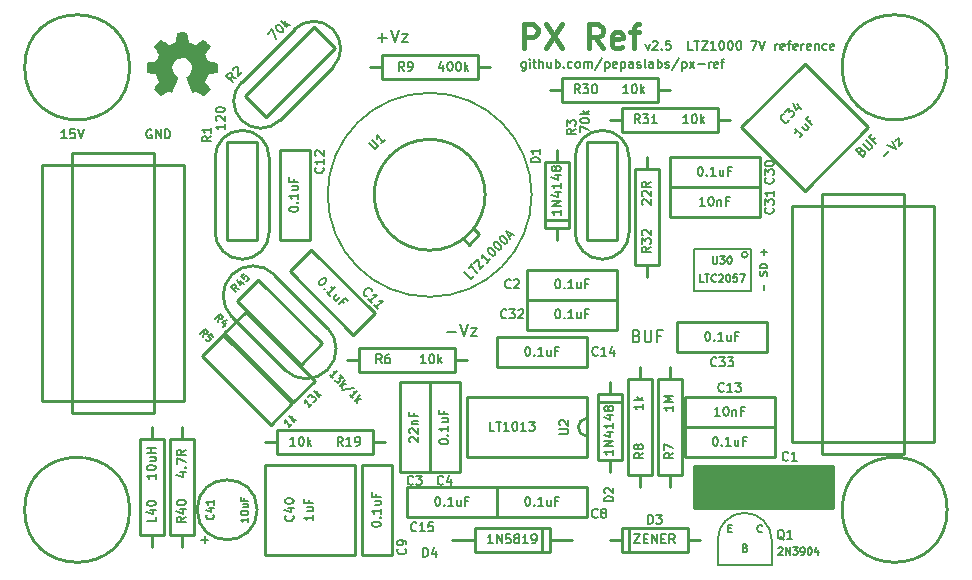
<source format=gto>
G04 (created by PCBNEW (22-Jun-2014 BZR 4027)-stable) date Mon 25 Jun 2018 12:33:54 AM CDT*
%MOIN*%
G04 Gerber Fmt 3.4, Leading zero omitted, Abs format*
%FSLAX34Y34*%
G01*
G70*
G90*
G04 APERTURE LIST*
%ADD10C,0.00590551*%
%ADD11C,0.006*%
%ADD12C,0.005*%
%ADD13C,0.008*%
%ADD14C,0.00787402*%
%ADD15C,0.007*%
%ADD16C,0.016*%
%ADD17C,0.01*%
%ADD18C,0.0001*%
G04 APERTURE END LIST*
G54D10*
G54D11*
X100145Y-31053D02*
X100186Y-31033D01*
X100206Y-31033D01*
X100236Y-31043D01*
X100267Y-31073D01*
X100277Y-31104D01*
X100277Y-31124D01*
X100267Y-31154D01*
X100186Y-31235D01*
X99974Y-31023D01*
X100044Y-30952D01*
X100075Y-30942D01*
X100095Y-30942D01*
X100125Y-30952D01*
X100145Y-30972D01*
X100156Y-31003D01*
X100156Y-31023D01*
X100145Y-31053D01*
X100075Y-31124D01*
X100186Y-30811D02*
X100358Y-30982D01*
X100388Y-30992D01*
X100408Y-30992D01*
X100438Y-30982D01*
X100479Y-30942D01*
X100489Y-30912D01*
X100489Y-30891D01*
X100479Y-30861D01*
X100307Y-30689D01*
X100580Y-30619D02*
X100509Y-30689D01*
X100620Y-30800D02*
X100408Y-30588D01*
X100509Y-30487D01*
X100905Y-31204D02*
X101067Y-31042D01*
X101006Y-30840D02*
X101289Y-30982D01*
X101147Y-30699D01*
X101269Y-30719D02*
X101380Y-30608D01*
X101410Y-30861D01*
X101521Y-30749D01*
G54D12*
X96905Y-35684D02*
X96905Y-35494D01*
X96989Y-35196D02*
X97001Y-35160D01*
X97001Y-35101D01*
X96989Y-35077D01*
X96977Y-35065D01*
X96953Y-35053D01*
X96929Y-35053D01*
X96905Y-35065D01*
X96894Y-35077D01*
X96882Y-35101D01*
X96870Y-35148D01*
X96858Y-35172D01*
X96846Y-35184D01*
X96822Y-35196D01*
X96798Y-35196D01*
X96775Y-35184D01*
X96763Y-35172D01*
X96751Y-35148D01*
X96751Y-35089D01*
X96763Y-35053D01*
X97001Y-34946D02*
X96751Y-34946D01*
X96751Y-34886D01*
X96763Y-34851D01*
X96786Y-34827D01*
X96810Y-34815D01*
X96858Y-34803D01*
X96894Y-34803D01*
X96941Y-34815D01*
X96965Y-34827D01*
X96989Y-34851D01*
X97001Y-34886D01*
X97001Y-34946D01*
X96905Y-34505D02*
X96905Y-34315D01*
X97001Y-34410D02*
X96810Y-34410D01*
G54D13*
X92647Y-37202D02*
X92704Y-37221D01*
X92723Y-37240D01*
X92742Y-37278D01*
X92742Y-37335D01*
X92723Y-37373D01*
X92704Y-37392D01*
X92666Y-37411D01*
X92514Y-37411D01*
X92514Y-37011D01*
X92647Y-37011D01*
X92685Y-37030D01*
X92704Y-37050D01*
X92723Y-37088D01*
X92723Y-37126D01*
X92704Y-37164D01*
X92685Y-37183D01*
X92647Y-37202D01*
X92514Y-37202D01*
X92914Y-37011D02*
X92914Y-37335D01*
X92933Y-37373D01*
X92952Y-37392D01*
X92990Y-37411D01*
X93066Y-37411D01*
X93104Y-37392D01*
X93123Y-37373D01*
X93142Y-37335D01*
X93142Y-37011D01*
X93466Y-37202D02*
X93333Y-37202D01*
X93333Y-37411D02*
X93333Y-37011D01*
X93523Y-37011D01*
G54D14*
X89150Y-32500D02*
G75*
G03X89150Y-32500I-3400J0D01*
G74*
G01*
G54D11*
X88950Y-28071D02*
X88950Y-28314D01*
X88935Y-28342D01*
X88921Y-28357D01*
X88892Y-28371D01*
X88850Y-28371D01*
X88821Y-28357D01*
X88950Y-28257D02*
X88921Y-28271D01*
X88864Y-28271D01*
X88835Y-28257D01*
X88821Y-28242D01*
X88807Y-28214D01*
X88807Y-28128D01*
X88821Y-28100D01*
X88835Y-28085D01*
X88864Y-28071D01*
X88921Y-28071D01*
X88950Y-28085D01*
X89092Y-28271D02*
X89092Y-28071D01*
X89092Y-27971D02*
X89078Y-27985D01*
X89092Y-28000D01*
X89107Y-27985D01*
X89092Y-27971D01*
X89092Y-28000D01*
X89192Y-28071D02*
X89307Y-28071D01*
X89235Y-27971D02*
X89235Y-28228D01*
X89250Y-28257D01*
X89278Y-28271D01*
X89307Y-28271D01*
X89407Y-28271D02*
X89407Y-27971D01*
X89535Y-28271D02*
X89535Y-28114D01*
X89521Y-28085D01*
X89492Y-28071D01*
X89450Y-28071D01*
X89421Y-28085D01*
X89407Y-28100D01*
X89807Y-28071D02*
X89807Y-28271D01*
X89678Y-28071D02*
X89678Y-28228D01*
X89692Y-28257D01*
X89721Y-28271D01*
X89764Y-28271D01*
X89792Y-28257D01*
X89807Y-28242D01*
X89950Y-28271D02*
X89950Y-27971D01*
X89950Y-28085D02*
X89978Y-28071D01*
X90035Y-28071D01*
X90064Y-28085D01*
X90078Y-28100D01*
X90092Y-28128D01*
X90092Y-28214D01*
X90078Y-28242D01*
X90064Y-28257D01*
X90035Y-28271D01*
X89978Y-28271D01*
X89950Y-28257D01*
X90221Y-28242D02*
X90235Y-28257D01*
X90221Y-28271D01*
X90207Y-28257D01*
X90221Y-28242D01*
X90221Y-28271D01*
X90492Y-28257D02*
X90464Y-28271D01*
X90407Y-28271D01*
X90378Y-28257D01*
X90364Y-28242D01*
X90350Y-28214D01*
X90350Y-28128D01*
X90364Y-28100D01*
X90378Y-28085D01*
X90407Y-28071D01*
X90464Y-28071D01*
X90492Y-28085D01*
X90664Y-28271D02*
X90635Y-28257D01*
X90621Y-28242D01*
X90607Y-28214D01*
X90607Y-28128D01*
X90621Y-28100D01*
X90635Y-28085D01*
X90664Y-28071D01*
X90707Y-28071D01*
X90735Y-28085D01*
X90750Y-28100D01*
X90764Y-28128D01*
X90764Y-28214D01*
X90750Y-28242D01*
X90735Y-28257D01*
X90707Y-28271D01*
X90664Y-28271D01*
X90892Y-28271D02*
X90892Y-28071D01*
X90892Y-28100D02*
X90907Y-28085D01*
X90935Y-28071D01*
X90978Y-28071D01*
X91007Y-28085D01*
X91021Y-28114D01*
X91021Y-28271D01*
X91021Y-28114D02*
X91035Y-28085D01*
X91064Y-28071D01*
X91107Y-28071D01*
X91135Y-28085D01*
X91150Y-28114D01*
X91150Y-28271D01*
X91507Y-27957D02*
X91250Y-28342D01*
X91607Y-28071D02*
X91607Y-28371D01*
X91607Y-28085D02*
X91635Y-28071D01*
X91692Y-28071D01*
X91721Y-28085D01*
X91735Y-28100D01*
X91750Y-28128D01*
X91750Y-28214D01*
X91735Y-28242D01*
X91721Y-28257D01*
X91692Y-28271D01*
X91635Y-28271D01*
X91607Y-28257D01*
X91992Y-28257D02*
X91964Y-28271D01*
X91907Y-28271D01*
X91878Y-28257D01*
X91864Y-28228D01*
X91864Y-28114D01*
X91878Y-28085D01*
X91907Y-28071D01*
X91964Y-28071D01*
X91992Y-28085D01*
X92007Y-28114D01*
X92007Y-28142D01*
X91864Y-28171D01*
X92135Y-28071D02*
X92135Y-28371D01*
X92135Y-28085D02*
X92164Y-28071D01*
X92221Y-28071D01*
X92250Y-28085D01*
X92264Y-28100D01*
X92278Y-28128D01*
X92278Y-28214D01*
X92264Y-28242D01*
X92250Y-28257D01*
X92221Y-28271D01*
X92164Y-28271D01*
X92135Y-28257D01*
X92535Y-28271D02*
X92535Y-28114D01*
X92521Y-28085D01*
X92492Y-28071D01*
X92435Y-28071D01*
X92407Y-28085D01*
X92535Y-28257D02*
X92507Y-28271D01*
X92435Y-28271D01*
X92407Y-28257D01*
X92392Y-28228D01*
X92392Y-28200D01*
X92407Y-28171D01*
X92435Y-28157D01*
X92507Y-28157D01*
X92535Y-28142D01*
X92664Y-28257D02*
X92692Y-28271D01*
X92750Y-28271D01*
X92778Y-28257D01*
X92792Y-28228D01*
X92792Y-28214D01*
X92778Y-28185D01*
X92750Y-28171D01*
X92707Y-28171D01*
X92678Y-28157D01*
X92664Y-28128D01*
X92664Y-28114D01*
X92678Y-28085D01*
X92707Y-28071D01*
X92750Y-28071D01*
X92778Y-28085D01*
X92964Y-28271D02*
X92935Y-28257D01*
X92921Y-28228D01*
X92921Y-27971D01*
X93207Y-28271D02*
X93207Y-28114D01*
X93192Y-28085D01*
X93164Y-28071D01*
X93107Y-28071D01*
X93078Y-28085D01*
X93207Y-28257D02*
X93178Y-28271D01*
X93107Y-28271D01*
X93078Y-28257D01*
X93064Y-28228D01*
X93064Y-28200D01*
X93078Y-28171D01*
X93107Y-28157D01*
X93178Y-28157D01*
X93207Y-28142D01*
X93350Y-28271D02*
X93350Y-27971D01*
X93350Y-28085D02*
X93378Y-28071D01*
X93435Y-28071D01*
X93464Y-28085D01*
X93478Y-28100D01*
X93492Y-28128D01*
X93492Y-28214D01*
X93478Y-28242D01*
X93464Y-28257D01*
X93435Y-28271D01*
X93378Y-28271D01*
X93350Y-28257D01*
X93607Y-28257D02*
X93635Y-28271D01*
X93692Y-28271D01*
X93721Y-28257D01*
X93735Y-28228D01*
X93735Y-28214D01*
X93721Y-28185D01*
X93692Y-28171D01*
X93650Y-28171D01*
X93621Y-28157D01*
X93607Y-28128D01*
X93607Y-28114D01*
X93621Y-28085D01*
X93650Y-28071D01*
X93692Y-28071D01*
X93721Y-28085D01*
X94078Y-27957D02*
X93821Y-28342D01*
X94178Y-28071D02*
X94178Y-28371D01*
X94178Y-28085D02*
X94207Y-28071D01*
X94264Y-28071D01*
X94292Y-28085D01*
X94307Y-28100D01*
X94321Y-28128D01*
X94321Y-28214D01*
X94307Y-28242D01*
X94292Y-28257D01*
X94264Y-28271D01*
X94207Y-28271D01*
X94178Y-28257D01*
X94421Y-28271D02*
X94578Y-28071D01*
X94421Y-28071D02*
X94578Y-28271D01*
X94692Y-28157D02*
X94921Y-28157D01*
X95064Y-28271D02*
X95064Y-28071D01*
X95064Y-28128D02*
X95078Y-28100D01*
X95092Y-28085D01*
X95121Y-28071D01*
X95150Y-28071D01*
X95364Y-28257D02*
X95335Y-28271D01*
X95278Y-28271D01*
X95250Y-28257D01*
X95235Y-28228D01*
X95235Y-28114D01*
X95250Y-28085D01*
X95278Y-28071D01*
X95335Y-28071D01*
X95364Y-28085D01*
X95378Y-28114D01*
X95378Y-28142D01*
X95235Y-28171D01*
X95464Y-28071D02*
X95578Y-28071D01*
X95507Y-28271D02*
X95507Y-28014D01*
X95521Y-27985D01*
X95550Y-27971D01*
X95578Y-27971D01*
X92942Y-27471D02*
X93014Y-27671D01*
X93085Y-27471D01*
X93185Y-27400D02*
X93200Y-27385D01*
X93228Y-27371D01*
X93300Y-27371D01*
X93328Y-27385D01*
X93342Y-27400D01*
X93357Y-27428D01*
X93357Y-27457D01*
X93342Y-27500D01*
X93171Y-27671D01*
X93357Y-27671D01*
X93485Y-27642D02*
X93499Y-27657D01*
X93485Y-27671D01*
X93471Y-27657D01*
X93485Y-27642D01*
X93485Y-27671D01*
X93771Y-27371D02*
X93628Y-27371D01*
X93614Y-27514D01*
X93628Y-27500D01*
X93657Y-27485D01*
X93728Y-27485D01*
X93757Y-27500D01*
X93771Y-27514D01*
X93785Y-27542D01*
X93785Y-27614D01*
X93771Y-27642D01*
X93757Y-27657D01*
X93728Y-27671D01*
X93657Y-27671D01*
X93628Y-27657D01*
X93614Y-27642D01*
G54D15*
X94514Y-27671D02*
X94371Y-27671D01*
X94371Y-27371D01*
X94571Y-27371D02*
X94742Y-27371D01*
X94657Y-27671D02*
X94657Y-27371D01*
X94814Y-27371D02*
X95014Y-27371D01*
X94814Y-27671D01*
X95014Y-27671D01*
X95285Y-27671D02*
X95114Y-27671D01*
X95199Y-27671D02*
X95199Y-27371D01*
X95171Y-27414D01*
X95142Y-27442D01*
X95114Y-27457D01*
X95471Y-27371D02*
X95499Y-27371D01*
X95528Y-27385D01*
X95542Y-27400D01*
X95557Y-27428D01*
X95571Y-27485D01*
X95571Y-27557D01*
X95557Y-27614D01*
X95542Y-27642D01*
X95528Y-27657D01*
X95499Y-27671D01*
X95471Y-27671D01*
X95442Y-27657D01*
X95428Y-27642D01*
X95414Y-27614D01*
X95399Y-27557D01*
X95399Y-27485D01*
X95414Y-27428D01*
X95428Y-27400D01*
X95442Y-27385D01*
X95471Y-27371D01*
X95757Y-27371D02*
X95785Y-27371D01*
X95814Y-27385D01*
X95828Y-27400D01*
X95842Y-27428D01*
X95857Y-27485D01*
X95857Y-27557D01*
X95842Y-27614D01*
X95828Y-27642D01*
X95814Y-27657D01*
X95785Y-27671D01*
X95757Y-27671D01*
X95728Y-27657D01*
X95714Y-27642D01*
X95699Y-27614D01*
X95685Y-27557D01*
X95685Y-27485D01*
X95699Y-27428D01*
X95714Y-27400D01*
X95728Y-27385D01*
X95757Y-27371D01*
X96042Y-27371D02*
X96071Y-27371D01*
X96099Y-27385D01*
X96114Y-27400D01*
X96128Y-27428D01*
X96142Y-27485D01*
X96142Y-27557D01*
X96128Y-27614D01*
X96114Y-27642D01*
X96099Y-27657D01*
X96071Y-27671D01*
X96042Y-27671D01*
X96014Y-27657D01*
X95999Y-27642D01*
X95985Y-27614D01*
X95971Y-27557D01*
X95971Y-27485D01*
X95985Y-27428D01*
X95999Y-27400D01*
X96014Y-27385D01*
X96042Y-27371D01*
X96471Y-27371D02*
X96671Y-27371D01*
X96542Y-27671D01*
X96742Y-27371D02*
X96842Y-27671D01*
X96942Y-27371D01*
X97271Y-27671D02*
X97271Y-27471D01*
X97271Y-27528D02*
X97285Y-27500D01*
X97299Y-27485D01*
X97328Y-27471D01*
X97357Y-27471D01*
X97571Y-27657D02*
X97542Y-27671D01*
X97485Y-27671D01*
X97457Y-27657D01*
X97442Y-27628D01*
X97442Y-27514D01*
X97457Y-27485D01*
X97485Y-27471D01*
X97542Y-27471D01*
X97571Y-27485D01*
X97585Y-27514D01*
X97585Y-27542D01*
X97442Y-27571D01*
X97671Y-27471D02*
X97785Y-27471D01*
X97714Y-27671D02*
X97714Y-27414D01*
X97728Y-27385D01*
X97757Y-27371D01*
X97785Y-27371D01*
X97999Y-27657D02*
X97971Y-27671D01*
X97914Y-27671D01*
X97885Y-27657D01*
X97871Y-27628D01*
X97871Y-27514D01*
X97885Y-27485D01*
X97914Y-27471D01*
X97971Y-27471D01*
X97999Y-27485D01*
X98014Y-27514D01*
X98014Y-27542D01*
X97871Y-27571D01*
X98142Y-27671D02*
X98142Y-27471D01*
X98142Y-27528D02*
X98157Y-27500D01*
X98171Y-27485D01*
X98199Y-27471D01*
X98228Y-27471D01*
X98442Y-27657D02*
X98414Y-27671D01*
X98357Y-27671D01*
X98328Y-27657D01*
X98314Y-27628D01*
X98314Y-27514D01*
X98328Y-27485D01*
X98357Y-27471D01*
X98414Y-27471D01*
X98442Y-27485D01*
X98457Y-27514D01*
X98457Y-27542D01*
X98314Y-27571D01*
X98585Y-27471D02*
X98585Y-27671D01*
X98585Y-27500D02*
X98599Y-27485D01*
X98628Y-27471D01*
X98671Y-27471D01*
X98699Y-27485D01*
X98714Y-27514D01*
X98714Y-27671D01*
X98985Y-27657D02*
X98957Y-27671D01*
X98899Y-27671D01*
X98871Y-27657D01*
X98857Y-27642D01*
X98842Y-27614D01*
X98842Y-27528D01*
X98857Y-27500D01*
X98871Y-27485D01*
X98899Y-27471D01*
X98957Y-27471D01*
X98985Y-27485D01*
X99228Y-27657D02*
X99199Y-27671D01*
X99142Y-27671D01*
X99114Y-27657D01*
X99099Y-27628D01*
X99099Y-27514D01*
X99114Y-27485D01*
X99142Y-27471D01*
X99199Y-27471D01*
X99228Y-27485D01*
X99242Y-27514D01*
X99242Y-27542D01*
X99099Y-27571D01*
G54D16*
X88890Y-27623D02*
X88890Y-26823D01*
X89195Y-26823D01*
X89271Y-26861D01*
X89309Y-26900D01*
X89347Y-26976D01*
X89347Y-27090D01*
X89309Y-27166D01*
X89271Y-27204D01*
X89195Y-27242D01*
X88890Y-27242D01*
X89614Y-26823D02*
X90147Y-27623D01*
X90147Y-26823D02*
X89614Y-27623D01*
X91519Y-27623D02*
X91252Y-27242D01*
X91061Y-27623D02*
X91061Y-26823D01*
X91366Y-26823D01*
X91442Y-26861D01*
X91480Y-26900D01*
X91519Y-26976D01*
X91519Y-27090D01*
X91480Y-27166D01*
X91442Y-27204D01*
X91366Y-27242D01*
X91061Y-27242D01*
X92166Y-27585D02*
X92090Y-27623D01*
X91938Y-27623D01*
X91861Y-27585D01*
X91823Y-27509D01*
X91823Y-27204D01*
X91861Y-27128D01*
X91938Y-27090D01*
X92090Y-27090D01*
X92166Y-27128D01*
X92204Y-27204D01*
X92204Y-27280D01*
X91823Y-27357D01*
X92433Y-27090D02*
X92738Y-27090D01*
X92547Y-27623D02*
X92547Y-26938D01*
X92585Y-26861D01*
X92661Y-26823D01*
X92738Y-26823D01*
G54D11*
X76478Y-30335D02*
X76450Y-30321D01*
X76407Y-30321D01*
X76364Y-30335D01*
X76335Y-30364D01*
X76321Y-30392D01*
X76307Y-30450D01*
X76307Y-30492D01*
X76321Y-30550D01*
X76335Y-30578D01*
X76364Y-30607D01*
X76407Y-30621D01*
X76435Y-30621D01*
X76478Y-30607D01*
X76492Y-30592D01*
X76492Y-30492D01*
X76435Y-30492D01*
X76621Y-30621D02*
X76621Y-30321D01*
X76792Y-30621D01*
X76792Y-30321D01*
X76935Y-30621D02*
X76935Y-30321D01*
X77007Y-30321D01*
X77050Y-30335D01*
X77078Y-30364D01*
X77092Y-30392D01*
X77107Y-30450D01*
X77107Y-30492D01*
X77092Y-30550D01*
X77078Y-30578D01*
X77050Y-30607D01*
X77007Y-30621D01*
X76935Y-30621D01*
X73650Y-30621D02*
X73478Y-30621D01*
X73564Y-30621D02*
X73564Y-30321D01*
X73535Y-30364D01*
X73507Y-30392D01*
X73478Y-30407D01*
X73921Y-30321D02*
X73778Y-30321D01*
X73764Y-30464D01*
X73778Y-30450D01*
X73807Y-30435D01*
X73878Y-30435D01*
X73907Y-30450D01*
X73921Y-30464D01*
X73935Y-30492D01*
X73935Y-30564D01*
X73921Y-30592D01*
X73907Y-30607D01*
X73878Y-30621D01*
X73807Y-30621D01*
X73778Y-30607D01*
X73764Y-30592D01*
X74021Y-30321D02*
X74121Y-30621D01*
X74221Y-30321D01*
G54D13*
X86314Y-37059D02*
X86619Y-37059D01*
X86752Y-36811D02*
X86885Y-37211D01*
X87019Y-36811D01*
X87114Y-36945D02*
X87323Y-36945D01*
X87114Y-37211D01*
X87323Y-37211D01*
X84014Y-27259D02*
X84319Y-27259D01*
X84166Y-27411D02*
X84166Y-27107D01*
X84452Y-27011D02*
X84585Y-27411D01*
X84719Y-27011D01*
X84814Y-27145D02*
X85023Y-27145D01*
X84814Y-27411D01*
X85023Y-27411D01*
G54D10*
X95350Y-44000D02*
X95350Y-44850D01*
X95350Y-44850D02*
X97150Y-44850D01*
X97150Y-44850D02*
X97150Y-44000D01*
X97150Y-44000D02*
G75*
G03X96250Y-43100I-900J0D01*
G74*
G01*
X96250Y-43100D02*
G75*
G03X95350Y-44000I0J-900D01*
G74*
G01*
G54D17*
X92750Y-38250D02*
X92750Y-38650D01*
X92750Y-38650D02*
X93150Y-38650D01*
X93150Y-38650D02*
X93150Y-41850D01*
X93150Y-41850D02*
X92350Y-41850D01*
X92350Y-41850D02*
X92350Y-38650D01*
X92350Y-38650D02*
X92750Y-38650D01*
X92750Y-42250D02*
X92750Y-41850D01*
X93750Y-42250D02*
X93750Y-41850D01*
X93750Y-41850D02*
X93350Y-41850D01*
X93350Y-41850D02*
X93350Y-38650D01*
X93350Y-38650D02*
X94150Y-38650D01*
X94150Y-38650D02*
X94150Y-41850D01*
X94150Y-41850D02*
X93750Y-41850D01*
X93750Y-38250D02*
X93750Y-38650D01*
X83000Y-38000D02*
X83400Y-38000D01*
X83400Y-38000D02*
X83400Y-37600D01*
X83400Y-37600D02*
X86600Y-37600D01*
X86600Y-37600D02*
X86600Y-38400D01*
X86600Y-38400D02*
X83400Y-38400D01*
X83400Y-38400D02*
X83400Y-38000D01*
X87000Y-38000D02*
X86600Y-38000D01*
X83750Y-28250D02*
X84150Y-28250D01*
X84150Y-28250D02*
X84150Y-27850D01*
X84150Y-27850D02*
X87350Y-27850D01*
X87350Y-27850D02*
X87350Y-28650D01*
X87350Y-28650D02*
X84150Y-28650D01*
X84150Y-28650D02*
X84150Y-28250D01*
X87750Y-28250D02*
X87350Y-28250D01*
X84250Y-40750D02*
X83850Y-40750D01*
X83850Y-40750D02*
X83850Y-41150D01*
X83850Y-41150D02*
X80650Y-41150D01*
X80650Y-41150D02*
X80650Y-40350D01*
X80650Y-40350D02*
X83850Y-40350D01*
X83850Y-40350D02*
X83850Y-40750D01*
X80250Y-40750D02*
X80650Y-40750D01*
X90700Y-40250D02*
G75*
G03X91000Y-40550I300J0D01*
G74*
G01*
X91000Y-39950D02*
G75*
G03X90700Y-40250I0J-300D01*
G74*
G01*
X91000Y-41250D02*
X87000Y-41250D01*
X87000Y-41250D02*
X87000Y-39250D01*
X87000Y-39250D02*
X91000Y-39250D01*
X91000Y-39250D02*
X91000Y-41250D01*
X103000Y-28250D02*
G75*
G03X103000Y-28250I-1750J0D01*
G74*
G01*
X97250Y-40250D02*
X97250Y-41250D01*
X94250Y-40250D02*
X94250Y-41250D01*
X97250Y-41250D02*
X94250Y-41250D01*
X94250Y-40250D02*
X97250Y-40250D01*
X89000Y-37000D02*
X89000Y-36000D01*
X92000Y-37000D02*
X92000Y-36000D01*
X89000Y-36000D02*
X92000Y-36000D01*
X92000Y-37000D02*
X89000Y-37000D01*
X84750Y-38750D02*
X85750Y-38750D01*
X84750Y-41750D02*
X85750Y-41750D01*
X85750Y-38750D02*
X85750Y-41750D01*
X84750Y-41750D02*
X84750Y-38750D01*
X85750Y-38750D02*
X86750Y-38750D01*
X85750Y-41750D02*
X86750Y-41750D01*
X86750Y-38750D02*
X86750Y-41750D01*
X85750Y-41750D02*
X85750Y-38750D01*
X91000Y-42250D02*
X91000Y-43250D01*
X88000Y-42250D02*
X88000Y-43250D01*
X91000Y-43250D02*
X88000Y-43250D01*
X88000Y-42250D02*
X91000Y-42250D01*
X83914Y-36457D02*
X83207Y-37164D01*
X81792Y-34335D02*
X81085Y-35042D01*
X83207Y-37164D02*
X81085Y-35042D01*
X81792Y-34335D02*
X83914Y-36457D01*
X81750Y-34000D02*
X80750Y-34000D01*
X81750Y-31000D02*
X80750Y-31000D01*
X80750Y-34000D02*
X80750Y-31000D01*
X81750Y-31000D02*
X81750Y-34000D01*
X94250Y-40250D02*
X94250Y-39250D01*
X97250Y-40250D02*
X97250Y-39250D01*
X94250Y-39250D02*
X97250Y-39250D01*
X97250Y-40250D02*
X94250Y-40250D01*
X88000Y-38250D02*
X88000Y-37250D01*
X91000Y-38250D02*
X91000Y-37250D01*
X88000Y-37250D02*
X91000Y-37250D01*
X91000Y-38250D02*
X88000Y-38250D01*
X85000Y-43250D02*
X85000Y-42250D01*
X88000Y-43250D02*
X88000Y-42250D01*
X85000Y-42250D02*
X88000Y-42250D01*
X88000Y-43250D02*
X85000Y-43250D01*
X79585Y-29207D02*
X81883Y-26909D01*
X82590Y-27616D02*
X80292Y-29914D01*
X79479Y-28747D02*
X81247Y-26979D01*
X82520Y-28252D02*
X80752Y-30020D01*
X79479Y-30020D02*
G75*
G03X80752Y-30020I636J636D01*
G74*
G01*
X79479Y-28747D02*
G75*
G03X79479Y-30020I636J-636D01*
G74*
G01*
X82520Y-26979D02*
G75*
G03X81247Y-26979I-636J-636D01*
G74*
G01*
X82520Y-28252D02*
G75*
G03X82520Y-26979I-636J636D01*
G74*
G01*
X79479Y-30020D02*
G75*
G03X80752Y-30020I636J636D01*
G74*
G01*
X80292Y-29914D02*
X79585Y-29207D01*
X81883Y-26909D02*
X82590Y-27616D01*
X79000Y-34000D02*
X79000Y-30750D01*
X80000Y-30750D02*
X80000Y-34000D01*
X78600Y-33750D02*
X78600Y-31250D01*
X80400Y-31250D02*
X80400Y-33750D01*
X79500Y-34650D02*
G75*
G03X80400Y-33750I0J900D01*
G74*
G01*
X78600Y-33750D02*
G75*
G03X79500Y-34650I900J0D01*
G74*
G01*
X79500Y-30350D02*
G75*
G03X78600Y-31250I0J-900D01*
G74*
G01*
X80400Y-31250D02*
G75*
G03X79500Y-30350I-900J0D01*
G74*
G01*
X79500Y-34650D02*
G75*
G03X80400Y-33750I0J900D01*
G74*
G01*
X80000Y-34000D02*
X79000Y-34000D01*
X79000Y-30750D02*
X80000Y-30750D01*
X91000Y-34000D02*
X91000Y-30750D01*
X92000Y-30750D02*
X92000Y-34000D01*
X90600Y-33750D02*
X90600Y-31250D01*
X92400Y-31250D02*
X92400Y-33750D01*
X91500Y-34650D02*
G75*
G03X92400Y-33750I0J900D01*
G74*
G01*
X90600Y-33750D02*
G75*
G03X91500Y-34650I900J0D01*
G74*
G01*
X91500Y-30350D02*
G75*
G03X90600Y-31250I0J-900D01*
G74*
G01*
X92400Y-31250D02*
G75*
G03X91500Y-30350I-900J0D01*
G74*
G01*
X91500Y-34650D02*
G75*
G03X92400Y-33750I0J900D01*
G74*
G01*
X92000Y-34000D02*
X91000Y-34000D01*
X91000Y-30750D02*
X92000Y-30750D01*
X75750Y-43000D02*
G75*
G03X75750Y-43000I-1750J0D01*
G74*
G01*
G54D12*
X96350Y-34500D02*
G75*
G03X96350Y-34500I-100J0D01*
G74*
G01*
X94550Y-35700D02*
X94550Y-34300D01*
X96450Y-35700D02*
X96450Y-34300D01*
X96450Y-34300D02*
X94550Y-34300D01*
X96450Y-35700D02*
X94550Y-35700D01*
G54D17*
X89750Y-29000D02*
X90150Y-29000D01*
X90150Y-29000D02*
X90150Y-28600D01*
X90150Y-28600D02*
X93350Y-28600D01*
X93350Y-28600D02*
X93350Y-29400D01*
X93350Y-29400D02*
X90150Y-29400D01*
X90150Y-29400D02*
X90150Y-29000D01*
X93750Y-29000D02*
X93350Y-29000D01*
X95750Y-30000D02*
X95350Y-30000D01*
X95350Y-30000D02*
X95350Y-30400D01*
X95350Y-30400D02*
X92150Y-30400D01*
X92150Y-30400D02*
X92150Y-29600D01*
X92150Y-29600D02*
X95350Y-29600D01*
X95350Y-29600D02*
X95350Y-30000D01*
X91750Y-30000D02*
X92150Y-30000D01*
X93000Y-31250D02*
X93000Y-31650D01*
X93000Y-31650D02*
X93400Y-31650D01*
X93400Y-31650D02*
X93400Y-34850D01*
X93400Y-34850D02*
X92600Y-34850D01*
X92600Y-34850D02*
X92600Y-31650D01*
X92600Y-31650D02*
X93000Y-31650D01*
X93000Y-35250D02*
X93000Y-34850D01*
X96750Y-31250D02*
X96750Y-32250D01*
X93750Y-31250D02*
X93750Y-32250D01*
X96750Y-32250D02*
X93750Y-32250D01*
X93750Y-31250D02*
X96750Y-31250D01*
X93750Y-33250D02*
X93750Y-32250D01*
X96750Y-33250D02*
X96750Y-32250D01*
X93750Y-32250D02*
X96750Y-32250D01*
X96750Y-33250D02*
X93750Y-33250D01*
X94000Y-37750D02*
X94000Y-36750D01*
X97000Y-37750D02*
X97000Y-36750D01*
X94000Y-36750D02*
X97000Y-36750D01*
X97000Y-37750D02*
X94000Y-37750D01*
X78909Y-37116D02*
X81207Y-39414D01*
X79616Y-36409D02*
X81914Y-38707D01*
X81914Y-38707D02*
X81207Y-39414D01*
X78909Y-37116D02*
X79616Y-36409D01*
X78159Y-37866D02*
X80457Y-40164D01*
X78866Y-37159D02*
X81164Y-39457D01*
X81164Y-39457D02*
X80457Y-40164D01*
X78159Y-37866D02*
X78866Y-37159D01*
X80042Y-35335D02*
X82164Y-37457D01*
X82164Y-37457D02*
X81457Y-38164D01*
X81457Y-38164D02*
X79335Y-36042D01*
X79335Y-36042D02*
X80042Y-35335D01*
X79159Y-36573D02*
X80926Y-38340D01*
X80573Y-35159D02*
X82340Y-36926D01*
X80926Y-38340D02*
G75*
G03X82340Y-38340I707J707D01*
G74*
G01*
X82340Y-38340D02*
G75*
G03X82340Y-36926I-707J707D01*
G74*
G01*
X80573Y-35159D02*
G75*
G03X79159Y-35159I-707J-707D01*
G74*
G01*
X79159Y-35159D02*
G75*
G03X79159Y-36573I707J-707D01*
G74*
G01*
X87600Y-32500D02*
G75*
G03X87600Y-32500I-1850J0D01*
G74*
G01*
X87058Y-34161D02*
X86881Y-33984D01*
X87411Y-33808D02*
X87234Y-33631D01*
X87411Y-33808D02*
X87058Y-34161D01*
X83500Y-41500D02*
X84500Y-41500D01*
X83500Y-44500D02*
X84500Y-44500D01*
X84500Y-41500D02*
X84500Y-44500D01*
X83500Y-44500D02*
X83500Y-41500D01*
X89000Y-36000D02*
X89000Y-35000D01*
X92000Y-36000D02*
X92000Y-35000D01*
X89000Y-35000D02*
X92000Y-35000D01*
X92000Y-36000D02*
X89000Y-36000D01*
X75750Y-28250D02*
G75*
G03X75750Y-28250I-1750J0D01*
G74*
G01*
X103000Y-43000D02*
G75*
G03X103000Y-43000I-1750J0D01*
G74*
G01*
X77500Y-44250D02*
X77500Y-43850D01*
X77500Y-43850D02*
X77100Y-43850D01*
X77100Y-43850D02*
X77100Y-40650D01*
X77100Y-40650D02*
X77900Y-40650D01*
X77900Y-40650D02*
X77900Y-43850D01*
X77900Y-43850D02*
X77500Y-43850D01*
X77500Y-40250D02*
X77500Y-40650D01*
X76500Y-44250D02*
X76500Y-43850D01*
X76500Y-43850D02*
X76100Y-43850D01*
X76100Y-43850D02*
X76100Y-40650D01*
X76100Y-40650D02*
X76900Y-40650D01*
X76900Y-40650D02*
X76900Y-43850D01*
X76900Y-43850D02*
X76500Y-43850D01*
X76500Y-40250D02*
X76500Y-40650D01*
X98818Y-41141D02*
X98818Y-32480D01*
X98818Y-32480D02*
X101574Y-32480D01*
X101574Y-32480D02*
X101574Y-41141D01*
X101574Y-41141D02*
X98818Y-41141D01*
X97834Y-40748D02*
X97834Y-32874D01*
X97834Y-32874D02*
X102559Y-32874D01*
X102559Y-32874D02*
X102559Y-40748D01*
X102559Y-40748D02*
X97834Y-40748D01*
X80000Y-43000D02*
G75*
G03X80000Y-43000I-1000J0D01*
G74*
G01*
X80250Y-44500D02*
X83250Y-44500D01*
X80250Y-41500D02*
X83250Y-41500D01*
X83250Y-41500D02*
X83250Y-44500D01*
X80250Y-44500D02*
X80250Y-41500D01*
X94350Y-44000D02*
X94750Y-44000D01*
X92150Y-44000D02*
X91750Y-44000D01*
X94350Y-43600D02*
X92150Y-43600D01*
X92150Y-44400D02*
X94350Y-44400D01*
X92400Y-44400D02*
X92400Y-43600D01*
X92150Y-44000D02*
X92150Y-44400D01*
X94350Y-44400D02*
X94350Y-44000D01*
X94350Y-44000D02*
X94350Y-43600D01*
X92150Y-43600D02*
X92150Y-44000D01*
X90000Y-31400D02*
X90000Y-31000D01*
X90000Y-33600D02*
X90000Y-34000D01*
X89600Y-31400D02*
X89600Y-33600D01*
X90400Y-33600D02*
X90400Y-31400D01*
X90400Y-33350D02*
X89600Y-33350D01*
X90000Y-33600D02*
X90400Y-33600D01*
X90400Y-31400D02*
X90000Y-31400D01*
X90000Y-31400D02*
X89600Y-31400D01*
X89600Y-33600D02*
X90000Y-33600D01*
X91750Y-41350D02*
X91750Y-41750D01*
X91750Y-39150D02*
X91750Y-38750D01*
X92150Y-41350D02*
X92150Y-39150D01*
X91350Y-39150D02*
X91350Y-41350D01*
X91350Y-39400D02*
X92150Y-39400D01*
X91750Y-39150D02*
X91350Y-39150D01*
X91350Y-41350D02*
X91750Y-41350D01*
X91750Y-41350D02*
X92150Y-41350D01*
X92150Y-39150D02*
X91750Y-39150D01*
X86500Y-44000D02*
X87250Y-44000D01*
X89750Y-44000D02*
X90500Y-44000D01*
X89500Y-43600D02*
X89500Y-44400D01*
X87250Y-44400D02*
X89750Y-44400D01*
X87250Y-43600D02*
X87250Y-44400D01*
X89750Y-43600D02*
X89750Y-44400D01*
X87250Y-43600D02*
X89750Y-43600D01*
X73818Y-39763D02*
X73818Y-31102D01*
X73818Y-31102D02*
X76574Y-31102D01*
X76574Y-31102D02*
X76574Y-39763D01*
X76574Y-39763D02*
X73818Y-39763D01*
X72834Y-39370D02*
X72834Y-31496D01*
X72834Y-31496D02*
X77559Y-31496D01*
X77559Y-31496D02*
X77559Y-39370D01*
X77559Y-39370D02*
X72834Y-39370D01*
X96128Y-30250D02*
X98250Y-32371D01*
X98250Y-28128D02*
X100371Y-30250D01*
X100371Y-30250D02*
X98250Y-32371D01*
X96128Y-30250D02*
X98250Y-28128D01*
G54D18*
G36*
X76784Y-29211D02*
X76797Y-29204D01*
X76824Y-29187D01*
X76864Y-29161D01*
X76910Y-29130D01*
X76957Y-29098D01*
X76996Y-29072D01*
X77023Y-29055D01*
X77034Y-29049D01*
X77040Y-29051D01*
X77062Y-29062D01*
X77094Y-29079D01*
X77113Y-29088D01*
X77143Y-29101D01*
X77157Y-29104D01*
X77160Y-29100D01*
X77171Y-29077D01*
X77188Y-29038D01*
X77210Y-28987D01*
X77236Y-28927D01*
X77263Y-28862D01*
X77290Y-28796D01*
X77316Y-28734D01*
X77340Y-28677D01*
X77358Y-28631D01*
X77370Y-28599D01*
X77375Y-28585D01*
X77373Y-28582D01*
X77359Y-28568D01*
X77333Y-28549D01*
X77277Y-28503D01*
X77222Y-28434D01*
X77188Y-28356D01*
X77177Y-28269D01*
X77186Y-28189D01*
X77218Y-28112D01*
X77272Y-28042D01*
X77338Y-27990D01*
X77414Y-27958D01*
X77500Y-27947D01*
X77582Y-27956D01*
X77661Y-27987D01*
X77731Y-28040D01*
X77760Y-28074D01*
X77801Y-28145D01*
X77824Y-28220D01*
X77826Y-28239D01*
X77823Y-28322D01*
X77798Y-28402D01*
X77755Y-28473D01*
X77694Y-28531D01*
X77686Y-28537D01*
X77658Y-28558D01*
X77639Y-28572D01*
X77624Y-28584D01*
X77730Y-28839D01*
X77747Y-28879D01*
X77776Y-28948D01*
X77801Y-29008D01*
X77822Y-29056D01*
X77836Y-29088D01*
X77842Y-29101D01*
X77843Y-29101D01*
X77852Y-29103D01*
X77871Y-29096D01*
X77907Y-29079D01*
X77930Y-29067D01*
X77957Y-29054D01*
X77969Y-29049D01*
X77980Y-29054D01*
X78006Y-29071D01*
X78043Y-29097D01*
X78089Y-29127D01*
X78132Y-29157D01*
X78172Y-29183D01*
X78201Y-29202D01*
X78215Y-29209D01*
X78217Y-29209D01*
X78230Y-29202D01*
X78253Y-29183D01*
X78287Y-29150D01*
X78336Y-29102D01*
X78344Y-29095D01*
X78384Y-29054D01*
X78417Y-29019D01*
X78439Y-28995D01*
X78447Y-28984D01*
X78447Y-28984D01*
X78439Y-28970D01*
X78421Y-28941D01*
X78395Y-28901D01*
X78363Y-28853D01*
X78278Y-28731D01*
X78325Y-28616D01*
X78339Y-28580D01*
X78357Y-28537D01*
X78370Y-28507D01*
X78377Y-28493D01*
X78390Y-28489D01*
X78421Y-28481D01*
X78467Y-28472D01*
X78522Y-28462D01*
X78574Y-28452D01*
X78621Y-28443D01*
X78655Y-28437D01*
X78670Y-28434D01*
X78674Y-28431D01*
X78677Y-28424D01*
X78679Y-28408D01*
X78680Y-28379D01*
X78681Y-28334D01*
X78681Y-28269D01*
X78681Y-28262D01*
X78680Y-28200D01*
X78679Y-28151D01*
X78677Y-28119D01*
X78675Y-28106D01*
X78675Y-28106D01*
X78660Y-28102D01*
X78627Y-28095D01*
X78580Y-28086D01*
X78524Y-28075D01*
X78520Y-28075D01*
X78464Y-28064D01*
X78418Y-28054D01*
X78385Y-28047D01*
X78371Y-28042D01*
X78368Y-28038D01*
X78357Y-28016D01*
X78341Y-27982D01*
X78322Y-27940D01*
X78304Y-27896D01*
X78288Y-27856D01*
X78278Y-27827D01*
X78275Y-27813D01*
X78275Y-27813D01*
X78283Y-27800D01*
X78302Y-27771D01*
X78330Y-27731D01*
X78362Y-27683D01*
X78365Y-27679D01*
X78397Y-27632D01*
X78423Y-27592D01*
X78440Y-27564D01*
X78447Y-27551D01*
X78447Y-27550D01*
X78436Y-27536D01*
X78412Y-27509D01*
X78377Y-27473D01*
X78336Y-27432D01*
X78323Y-27419D01*
X78277Y-27374D01*
X78245Y-27345D01*
X78225Y-27329D01*
X78216Y-27325D01*
X78215Y-27326D01*
X78201Y-27334D01*
X78171Y-27354D01*
X78131Y-27381D01*
X78083Y-27414D01*
X78080Y-27416D01*
X78032Y-27448D01*
X77993Y-27475D01*
X77965Y-27493D01*
X77953Y-27500D01*
X77951Y-27500D01*
X77932Y-27495D01*
X77898Y-27483D01*
X77857Y-27467D01*
X77813Y-27450D01*
X77773Y-27433D01*
X77744Y-27419D01*
X77730Y-27411D01*
X77729Y-27411D01*
X77724Y-27394D01*
X77716Y-27358D01*
X77706Y-27310D01*
X77695Y-27252D01*
X77693Y-27243D01*
X77683Y-27186D01*
X77674Y-27140D01*
X77667Y-27108D01*
X77664Y-27094D01*
X77656Y-27093D01*
X77628Y-27091D01*
X77586Y-27089D01*
X77535Y-27089D01*
X77482Y-27089D01*
X77430Y-27090D01*
X77386Y-27092D01*
X77354Y-27094D01*
X77340Y-27097D01*
X77340Y-27098D01*
X77335Y-27115D01*
X77327Y-27150D01*
X77317Y-27199D01*
X77306Y-27257D01*
X77304Y-27268D01*
X77294Y-27324D01*
X77284Y-27370D01*
X77277Y-27401D01*
X77274Y-27414D01*
X77269Y-27416D01*
X77246Y-27427D01*
X77208Y-27442D01*
X77161Y-27461D01*
X77053Y-27505D01*
X76921Y-27414D01*
X76909Y-27406D01*
X76861Y-27373D01*
X76822Y-27347D01*
X76794Y-27330D01*
X76783Y-27323D01*
X76782Y-27324D01*
X76769Y-27335D01*
X76743Y-27360D01*
X76707Y-27395D01*
X76665Y-27436D01*
X76634Y-27467D01*
X76598Y-27504D01*
X76575Y-27529D01*
X76562Y-27545D01*
X76557Y-27555D01*
X76559Y-27562D01*
X76567Y-27575D01*
X76587Y-27604D01*
X76614Y-27645D01*
X76646Y-27691D01*
X76673Y-27731D01*
X76702Y-27775D01*
X76720Y-27807D01*
X76727Y-27822D01*
X76725Y-27829D01*
X76716Y-27855D01*
X76700Y-27894D01*
X76680Y-27941D01*
X76634Y-28046D01*
X76565Y-28059D01*
X76524Y-28067D01*
X76465Y-28078D01*
X76409Y-28089D01*
X76322Y-28106D01*
X76319Y-28425D01*
X76333Y-28431D01*
X76346Y-28435D01*
X76378Y-28442D01*
X76424Y-28451D01*
X76478Y-28461D01*
X76525Y-28470D01*
X76571Y-28479D01*
X76605Y-28485D01*
X76620Y-28488D01*
X76623Y-28493D01*
X76635Y-28516D01*
X76652Y-28552D01*
X76670Y-28595D01*
X76689Y-28640D01*
X76705Y-28681D01*
X76717Y-28713D01*
X76721Y-28729D01*
X76715Y-28741D01*
X76697Y-28769D01*
X76671Y-28808D01*
X76640Y-28854D01*
X76608Y-28901D01*
X76581Y-28940D01*
X76562Y-28969D01*
X76555Y-28982D01*
X76559Y-28991D01*
X76577Y-29013D01*
X76612Y-29049D01*
X76664Y-29101D01*
X76673Y-29109D01*
X76714Y-29149D01*
X76749Y-29181D01*
X76773Y-29203D01*
X76784Y-29211D01*
X76784Y-29211D01*
G37*
G54D11*
X97571Y-44000D02*
X97542Y-43985D01*
X97514Y-43957D01*
X97471Y-43914D01*
X97442Y-43900D01*
X97414Y-43900D01*
X97428Y-43971D02*
X97400Y-43957D01*
X97371Y-43928D01*
X97357Y-43871D01*
X97357Y-43771D01*
X97371Y-43714D01*
X97400Y-43685D01*
X97428Y-43671D01*
X97485Y-43671D01*
X97514Y-43685D01*
X97542Y-43714D01*
X97557Y-43771D01*
X97557Y-43871D01*
X97542Y-43928D01*
X97514Y-43957D01*
X97485Y-43971D01*
X97428Y-43971D01*
X97842Y-43971D02*
X97671Y-43971D01*
X97757Y-43971D02*
X97757Y-43671D01*
X97728Y-43714D01*
X97700Y-43742D01*
X97671Y-43757D01*
G54D12*
X97371Y-44275D02*
X97383Y-44263D01*
X97407Y-44251D01*
X97466Y-44251D01*
X97490Y-44263D01*
X97502Y-44275D01*
X97514Y-44298D01*
X97514Y-44322D01*
X97502Y-44358D01*
X97359Y-44501D01*
X97514Y-44501D01*
X97621Y-44501D02*
X97621Y-44251D01*
X97764Y-44501D01*
X97764Y-44251D01*
X97859Y-44251D02*
X98014Y-44251D01*
X97930Y-44346D01*
X97966Y-44346D01*
X97990Y-44358D01*
X98002Y-44370D01*
X98014Y-44394D01*
X98014Y-44453D01*
X98002Y-44477D01*
X97990Y-44489D01*
X97966Y-44501D01*
X97895Y-44501D01*
X97871Y-44489D01*
X97859Y-44477D01*
X98133Y-44501D02*
X98180Y-44501D01*
X98204Y-44489D01*
X98216Y-44477D01*
X98240Y-44441D01*
X98252Y-44394D01*
X98252Y-44298D01*
X98240Y-44275D01*
X98228Y-44263D01*
X98204Y-44251D01*
X98157Y-44251D01*
X98133Y-44263D01*
X98121Y-44275D01*
X98109Y-44298D01*
X98109Y-44358D01*
X98121Y-44382D01*
X98133Y-44394D01*
X98157Y-44405D01*
X98204Y-44405D01*
X98228Y-44394D01*
X98240Y-44382D01*
X98252Y-44358D01*
X98407Y-44251D02*
X98430Y-44251D01*
X98454Y-44263D01*
X98466Y-44275D01*
X98478Y-44298D01*
X98490Y-44346D01*
X98490Y-44405D01*
X98478Y-44453D01*
X98466Y-44477D01*
X98454Y-44489D01*
X98430Y-44501D01*
X98407Y-44501D01*
X98383Y-44489D01*
X98371Y-44477D01*
X98359Y-44453D01*
X98347Y-44405D01*
X98347Y-44346D01*
X98359Y-44298D01*
X98371Y-44275D01*
X98383Y-44263D01*
X98407Y-44251D01*
X98704Y-44334D02*
X98704Y-44501D01*
X98645Y-44239D02*
X98585Y-44417D01*
X98740Y-44417D01*
X95696Y-43620D02*
X95779Y-43620D01*
X95815Y-43751D02*
X95696Y-43751D01*
X95696Y-43501D01*
X95815Y-43501D01*
X96267Y-44270D02*
X96303Y-44282D01*
X96315Y-44294D01*
X96327Y-44317D01*
X96327Y-44353D01*
X96315Y-44377D01*
X96303Y-44389D01*
X96279Y-44401D01*
X96184Y-44401D01*
X96184Y-44151D01*
X96267Y-44151D01*
X96291Y-44163D01*
X96303Y-44175D01*
X96315Y-44198D01*
X96315Y-44222D01*
X96303Y-44246D01*
X96291Y-44258D01*
X96267Y-44270D01*
X96184Y-44270D01*
X96827Y-43727D02*
X96815Y-43739D01*
X96779Y-43751D01*
X96755Y-43751D01*
X96720Y-43739D01*
X96696Y-43715D01*
X96684Y-43691D01*
X96672Y-43644D01*
X96672Y-43608D01*
X96684Y-43560D01*
X96696Y-43536D01*
X96720Y-43513D01*
X96755Y-43501D01*
X96779Y-43501D01*
X96815Y-43513D01*
X96827Y-43525D01*
G54D11*
X92871Y-41100D02*
X92728Y-41200D01*
X92871Y-41271D02*
X92571Y-41271D01*
X92571Y-41157D01*
X92585Y-41128D01*
X92600Y-41114D01*
X92628Y-41100D01*
X92671Y-41100D01*
X92700Y-41114D01*
X92714Y-41128D01*
X92728Y-41157D01*
X92728Y-41271D01*
X92700Y-40928D02*
X92685Y-40957D01*
X92671Y-40971D01*
X92642Y-40985D01*
X92628Y-40985D01*
X92600Y-40971D01*
X92585Y-40957D01*
X92571Y-40928D01*
X92571Y-40871D01*
X92585Y-40842D01*
X92600Y-40828D01*
X92628Y-40814D01*
X92642Y-40814D01*
X92671Y-40828D01*
X92685Y-40842D01*
X92700Y-40871D01*
X92700Y-40928D01*
X92714Y-40957D01*
X92728Y-40971D01*
X92757Y-40985D01*
X92814Y-40985D01*
X92842Y-40971D01*
X92857Y-40957D01*
X92871Y-40928D01*
X92871Y-40871D01*
X92857Y-40842D01*
X92842Y-40828D01*
X92814Y-40814D01*
X92757Y-40814D01*
X92728Y-40828D01*
X92714Y-40842D01*
X92700Y-40871D01*
X92871Y-39485D02*
X92871Y-39657D01*
X92871Y-39571D02*
X92571Y-39571D01*
X92614Y-39599D01*
X92642Y-39628D01*
X92657Y-39657D01*
X92871Y-39357D02*
X92571Y-39357D01*
X92757Y-39328D02*
X92871Y-39242D01*
X92671Y-39242D02*
X92785Y-39357D01*
X93871Y-41100D02*
X93728Y-41200D01*
X93871Y-41271D02*
X93571Y-41271D01*
X93571Y-41157D01*
X93585Y-41128D01*
X93600Y-41114D01*
X93628Y-41100D01*
X93671Y-41100D01*
X93700Y-41114D01*
X93714Y-41128D01*
X93728Y-41157D01*
X93728Y-41271D01*
X93571Y-41000D02*
X93571Y-40800D01*
X93871Y-40928D01*
X93871Y-39535D02*
X93871Y-39707D01*
X93871Y-39621D02*
X93571Y-39621D01*
X93614Y-39649D01*
X93642Y-39678D01*
X93657Y-39707D01*
X93871Y-39407D02*
X93571Y-39407D01*
X93785Y-39307D01*
X93571Y-39207D01*
X93871Y-39207D01*
X84150Y-38121D02*
X84050Y-37978D01*
X83978Y-38121D02*
X83978Y-37821D01*
X84092Y-37821D01*
X84121Y-37835D01*
X84135Y-37850D01*
X84150Y-37878D01*
X84150Y-37921D01*
X84135Y-37950D01*
X84121Y-37964D01*
X84092Y-37978D01*
X83978Y-37978D01*
X84407Y-37821D02*
X84350Y-37821D01*
X84321Y-37835D01*
X84307Y-37850D01*
X84278Y-37892D01*
X84264Y-37950D01*
X84264Y-38064D01*
X84278Y-38092D01*
X84292Y-38107D01*
X84321Y-38121D01*
X84378Y-38121D01*
X84407Y-38107D01*
X84421Y-38092D01*
X84435Y-38064D01*
X84435Y-37992D01*
X84421Y-37964D01*
X84407Y-37950D01*
X84378Y-37935D01*
X84321Y-37935D01*
X84292Y-37950D01*
X84278Y-37964D01*
X84264Y-37992D01*
X85621Y-38121D02*
X85450Y-38121D01*
X85535Y-38121D02*
X85535Y-37821D01*
X85507Y-37864D01*
X85478Y-37892D01*
X85450Y-37907D01*
X85807Y-37821D02*
X85835Y-37821D01*
X85864Y-37835D01*
X85878Y-37850D01*
X85892Y-37878D01*
X85907Y-37935D01*
X85907Y-38007D01*
X85892Y-38064D01*
X85878Y-38092D01*
X85864Y-38107D01*
X85835Y-38121D01*
X85807Y-38121D01*
X85778Y-38107D01*
X85764Y-38092D01*
X85750Y-38064D01*
X85735Y-38007D01*
X85735Y-37935D01*
X85750Y-37878D01*
X85764Y-37850D01*
X85778Y-37835D01*
X85807Y-37821D01*
X86035Y-38121D02*
X86035Y-37821D01*
X86064Y-38007D02*
X86150Y-38121D01*
X86150Y-37921D02*
X86035Y-38035D01*
X84900Y-28371D02*
X84800Y-28228D01*
X84728Y-28371D02*
X84728Y-28071D01*
X84842Y-28071D01*
X84871Y-28085D01*
X84885Y-28100D01*
X84900Y-28128D01*
X84900Y-28171D01*
X84885Y-28200D01*
X84871Y-28214D01*
X84842Y-28228D01*
X84728Y-28228D01*
X85042Y-28371D02*
X85100Y-28371D01*
X85128Y-28357D01*
X85142Y-28342D01*
X85171Y-28300D01*
X85185Y-28242D01*
X85185Y-28128D01*
X85171Y-28100D01*
X85157Y-28085D01*
X85128Y-28071D01*
X85071Y-28071D01*
X85042Y-28085D01*
X85028Y-28100D01*
X85014Y-28128D01*
X85014Y-28200D01*
X85028Y-28228D01*
X85042Y-28242D01*
X85071Y-28257D01*
X85128Y-28257D01*
X85157Y-28242D01*
X85171Y-28228D01*
X85185Y-28200D01*
X86200Y-28171D02*
X86200Y-28371D01*
X86128Y-28057D02*
X86057Y-28271D01*
X86242Y-28271D01*
X86414Y-28071D02*
X86442Y-28071D01*
X86471Y-28085D01*
X86485Y-28100D01*
X86500Y-28128D01*
X86514Y-28185D01*
X86514Y-28257D01*
X86500Y-28314D01*
X86485Y-28342D01*
X86471Y-28357D01*
X86442Y-28371D01*
X86414Y-28371D01*
X86385Y-28357D01*
X86371Y-28342D01*
X86357Y-28314D01*
X86342Y-28257D01*
X86342Y-28185D01*
X86357Y-28128D01*
X86371Y-28100D01*
X86385Y-28085D01*
X86414Y-28071D01*
X86700Y-28071D02*
X86728Y-28071D01*
X86757Y-28085D01*
X86771Y-28100D01*
X86785Y-28128D01*
X86800Y-28185D01*
X86800Y-28257D01*
X86785Y-28314D01*
X86771Y-28342D01*
X86757Y-28357D01*
X86728Y-28371D01*
X86700Y-28371D01*
X86671Y-28357D01*
X86657Y-28342D01*
X86642Y-28314D01*
X86628Y-28257D01*
X86628Y-28185D01*
X86642Y-28128D01*
X86657Y-28100D01*
X86671Y-28085D01*
X86700Y-28071D01*
X86928Y-28371D02*
X86928Y-28071D01*
X86957Y-28257D02*
X87042Y-28371D01*
X87042Y-28171D02*
X86928Y-28285D01*
X82857Y-40871D02*
X82757Y-40728D01*
X82685Y-40871D02*
X82685Y-40571D01*
X82800Y-40571D01*
X82828Y-40585D01*
X82842Y-40600D01*
X82857Y-40628D01*
X82857Y-40671D01*
X82842Y-40700D01*
X82828Y-40714D01*
X82800Y-40728D01*
X82685Y-40728D01*
X83142Y-40871D02*
X82971Y-40871D01*
X83057Y-40871D02*
X83057Y-40571D01*
X83028Y-40614D01*
X83000Y-40642D01*
X82971Y-40657D01*
X83285Y-40871D02*
X83342Y-40871D01*
X83371Y-40857D01*
X83385Y-40842D01*
X83414Y-40800D01*
X83428Y-40742D01*
X83428Y-40628D01*
X83414Y-40600D01*
X83400Y-40585D01*
X83371Y-40571D01*
X83314Y-40571D01*
X83285Y-40585D01*
X83271Y-40600D01*
X83257Y-40628D01*
X83257Y-40700D01*
X83271Y-40728D01*
X83285Y-40742D01*
X83314Y-40757D01*
X83371Y-40757D01*
X83400Y-40742D01*
X83414Y-40728D01*
X83428Y-40700D01*
X81271Y-40871D02*
X81100Y-40871D01*
X81185Y-40871D02*
X81185Y-40571D01*
X81157Y-40614D01*
X81128Y-40642D01*
X81100Y-40657D01*
X81457Y-40571D02*
X81485Y-40571D01*
X81514Y-40585D01*
X81528Y-40600D01*
X81542Y-40628D01*
X81557Y-40685D01*
X81557Y-40757D01*
X81542Y-40814D01*
X81528Y-40842D01*
X81514Y-40857D01*
X81485Y-40871D01*
X81457Y-40871D01*
X81428Y-40857D01*
X81414Y-40842D01*
X81400Y-40814D01*
X81385Y-40757D01*
X81385Y-40685D01*
X81400Y-40628D01*
X81414Y-40600D01*
X81428Y-40585D01*
X81457Y-40571D01*
X81685Y-40871D02*
X81685Y-40571D01*
X81714Y-40757D02*
X81800Y-40871D01*
X81800Y-40671D02*
X81685Y-40785D01*
X90071Y-40478D02*
X90314Y-40478D01*
X90342Y-40464D01*
X90357Y-40450D01*
X90371Y-40421D01*
X90371Y-40364D01*
X90357Y-40335D01*
X90342Y-40321D01*
X90314Y-40307D01*
X90071Y-40307D01*
X90100Y-40178D02*
X90085Y-40164D01*
X90071Y-40135D01*
X90071Y-40064D01*
X90085Y-40035D01*
X90100Y-40021D01*
X90128Y-40007D01*
X90157Y-40007D01*
X90200Y-40021D01*
X90371Y-40192D01*
X90371Y-40007D01*
X87907Y-40371D02*
X87764Y-40371D01*
X87764Y-40071D01*
X87964Y-40071D02*
X88135Y-40071D01*
X88050Y-40371D02*
X88050Y-40071D01*
X88392Y-40371D02*
X88221Y-40371D01*
X88307Y-40371D02*
X88307Y-40071D01*
X88278Y-40114D01*
X88250Y-40142D01*
X88221Y-40157D01*
X88578Y-40071D02*
X88607Y-40071D01*
X88635Y-40085D01*
X88650Y-40100D01*
X88664Y-40128D01*
X88678Y-40185D01*
X88678Y-40257D01*
X88664Y-40314D01*
X88650Y-40342D01*
X88635Y-40357D01*
X88607Y-40371D01*
X88578Y-40371D01*
X88550Y-40357D01*
X88535Y-40342D01*
X88521Y-40314D01*
X88507Y-40257D01*
X88507Y-40185D01*
X88521Y-40128D01*
X88535Y-40100D01*
X88550Y-40085D01*
X88578Y-40071D01*
X88964Y-40371D02*
X88792Y-40371D01*
X88878Y-40371D02*
X88878Y-40071D01*
X88850Y-40114D01*
X88821Y-40142D01*
X88792Y-40157D01*
X89064Y-40071D02*
X89249Y-40071D01*
X89149Y-40185D01*
X89192Y-40185D01*
X89221Y-40200D01*
X89235Y-40214D01*
X89249Y-40242D01*
X89249Y-40314D01*
X89235Y-40342D01*
X89221Y-40357D01*
X89192Y-40371D01*
X89107Y-40371D01*
X89078Y-40357D01*
X89064Y-40342D01*
X97700Y-41342D02*
X97685Y-41357D01*
X97642Y-41371D01*
X97614Y-41371D01*
X97571Y-41357D01*
X97542Y-41328D01*
X97528Y-41300D01*
X97514Y-41242D01*
X97514Y-41200D01*
X97528Y-41142D01*
X97542Y-41114D01*
X97571Y-41085D01*
X97614Y-41071D01*
X97642Y-41071D01*
X97685Y-41085D01*
X97700Y-41100D01*
X97985Y-41371D02*
X97814Y-41371D01*
X97900Y-41371D02*
X97900Y-41071D01*
X97871Y-41114D01*
X97842Y-41142D01*
X97814Y-41157D01*
X95257Y-40571D02*
X95285Y-40571D01*
X95314Y-40585D01*
X95328Y-40600D01*
X95342Y-40628D01*
X95357Y-40685D01*
X95357Y-40757D01*
X95342Y-40814D01*
X95328Y-40842D01*
X95314Y-40857D01*
X95285Y-40871D01*
X95257Y-40871D01*
X95228Y-40857D01*
X95214Y-40842D01*
X95200Y-40814D01*
X95185Y-40757D01*
X95185Y-40685D01*
X95200Y-40628D01*
X95214Y-40600D01*
X95228Y-40585D01*
X95257Y-40571D01*
X95485Y-40842D02*
X95500Y-40857D01*
X95485Y-40871D01*
X95471Y-40857D01*
X95485Y-40842D01*
X95485Y-40871D01*
X95785Y-40871D02*
X95614Y-40871D01*
X95700Y-40871D02*
X95700Y-40571D01*
X95671Y-40614D01*
X95642Y-40642D01*
X95614Y-40657D01*
X96042Y-40671D02*
X96042Y-40871D01*
X95914Y-40671D02*
X95914Y-40828D01*
X95928Y-40857D01*
X95957Y-40871D01*
X96000Y-40871D01*
X96028Y-40857D01*
X96042Y-40842D01*
X96285Y-40714D02*
X96185Y-40714D01*
X96185Y-40871D02*
X96185Y-40571D01*
X96328Y-40571D01*
X88450Y-35592D02*
X88435Y-35607D01*
X88392Y-35621D01*
X88364Y-35621D01*
X88321Y-35607D01*
X88292Y-35578D01*
X88278Y-35550D01*
X88264Y-35492D01*
X88264Y-35450D01*
X88278Y-35392D01*
X88292Y-35364D01*
X88321Y-35335D01*
X88364Y-35321D01*
X88392Y-35321D01*
X88435Y-35335D01*
X88450Y-35350D01*
X88564Y-35350D02*
X88578Y-35335D01*
X88607Y-35321D01*
X88678Y-35321D01*
X88707Y-35335D01*
X88721Y-35350D01*
X88735Y-35378D01*
X88735Y-35407D01*
X88721Y-35450D01*
X88550Y-35621D01*
X88735Y-35621D01*
X90007Y-36321D02*
X90035Y-36321D01*
X90064Y-36335D01*
X90078Y-36350D01*
X90092Y-36378D01*
X90107Y-36435D01*
X90107Y-36507D01*
X90092Y-36564D01*
X90078Y-36592D01*
X90064Y-36607D01*
X90035Y-36621D01*
X90007Y-36621D01*
X89978Y-36607D01*
X89964Y-36592D01*
X89950Y-36564D01*
X89935Y-36507D01*
X89935Y-36435D01*
X89950Y-36378D01*
X89964Y-36350D01*
X89978Y-36335D01*
X90007Y-36321D01*
X90235Y-36592D02*
X90250Y-36607D01*
X90235Y-36621D01*
X90221Y-36607D01*
X90235Y-36592D01*
X90235Y-36621D01*
X90535Y-36621D02*
X90364Y-36621D01*
X90450Y-36621D02*
X90450Y-36321D01*
X90421Y-36364D01*
X90392Y-36392D01*
X90364Y-36407D01*
X90792Y-36421D02*
X90792Y-36621D01*
X90664Y-36421D02*
X90664Y-36578D01*
X90678Y-36607D01*
X90707Y-36621D01*
X90750Y-36621D01*
X90778Y-36607D01*
X90792Y-36592D01*
X91035Y-36464D02*
X90935Y-36464D01*
X90935Y-36621D02*
X90935Y-36321D01*
X91078Y-36321D01*
X85200Y-42142D02*
X85185Y-42157D01*
X85142Y-42171D01*
X85114Y-42171D01*
X85071Y-42157D01*
X85042Y-42128D01*
X85028Y-42100D01*
X85014Y-42042D01*
X85014Y-42000D01*
X85028Y-41942D01*
X85042Y-41914D01*
X85071Y-41885D01*
X85114Y-41871D01*
X85142Y-41871D01*
X85185Y-41885D01*
X85200Y-41900D01*
X85300Y-41871D02*
X85485Y-41871D01*
X85385Y-41985D01*
X85428Y-41985D01*
X85457Y-42000D01*
X85471Y-42014D01*
X85485Y-42042D01*
X85485Y-42114D01*
X85471Y-42142D01*
X85457Y-42157D01*
X85428Y-42171D01*
X85342Y-42171D01*
X85314Y-42157D01*
X85300Y-42142D01*
X85100Y-40742D02*
X85085Y-40728D01*
X85071Y-40700D01*
X85071Y-40628D01*
X85085Y-40600D01*
X85100Y-40585D01*
X85128Y-40571D01*
X85157Y-40571D01*
X85200Y-40585D01*
X85371Y-40757D01*
X85371Y-40571D01*
X85100Y-40457D02*
X85085Y-40442D01*
X85071Y-40414D01*
X85071Y-40342D01*
X85085Y-40314D01*
X85100Y-40300D01*
X85128Y-40285D01*
X85157Y-40285D01*
X85200Y-40300D01*
X85371Y-40471D01*
X85371Y-40285D01*
X85171Y-40157D02*
X85371Y-40157D01*
X85200Y-40157D02*
X85185Y-40142D01*
X85171Y-40114D01*
X85171Y-40071D01*
X85185Y-40042D01*
X85214Y-40028D01*
X85371Y-40028D01*
X85214Y-39785D02*
X85214Y-39885D01*
X85371Y-39885D02*
X85071Y-39885D01*
X85071Y-39742D01*
X86200Y-42142D02*
X86185Y-42157D01*
X86142Y-42171D01*
X86114Y-42171D01*
X86071Y-42157D01*
X86042Y-42128D01*
X86028Y-42100D01*
X86014Y-42042D01*
X86014Y-42000D01*
X86028Y-41942D01*
X86042Y-41914D01*
X86071Y-41885D01*
X86114Y-41871D01*
X86142Y-41871D01*
X86185Y-41885D01*
X86200Y-41900D01*
X86457Y-41971D02*
X86457Y-42171D01*
X86385Y-41857D02*
X86314Y-42071D01*
X86500Y-42071D01*
X86071Y-40742D02*
X86071Y-40714D01*
X86085Y-40685D01*
X86100Y-40671D01*
X86128Y-40657D01*
X86185Y-40642D01*
X86257Y-40642D01*
X86314Y-40657D01*
X86342Y-40671D01*
X86357Y-40685D01*
X86371Y-40714D01*
X86371Y-40742D01*
X86357Y-40771D01*
X86342Y-40785D01*
X86314Y-40799D01*
X86257Y-40814D01*
X86185Y-40814D01*
X86128Y-40799D01*
X86100Y-40785D01*
X86085Y-40771D01*
X86071Y-40742D01*
X86342Y-40514D02*
X86357Y-40500D01*
X86371Y-40514D01*
X86357Y-40528D01*
X86342Y-40514D01*
X86371Y-40514D01*
X86371Y-40214D02*
X86371Y-40385D01*
X86371Y-40300D02*
X86071Y-40300D01*
X86114Y-40328D01*
X86142Y-40357D01*
X86157Y-40385D01*
X86171Y-39957D02*
X86371Y-39957D01*
X86171Y-40085D02*
X86328Y-40085D01*
X86357Y-40071D01*
X86371Y-40042D01*
X86371Y-40000D01*
X86357Y-39971D01*
X86342Y-39957D01*
X86214Y-39714D02*
X86214Y-39814D01*
X86371Y-39814D02*
X86071Y-39814D01*
X86071Y-39671D01*
X91350Y-43242D02*
X91335Y-43257D01*
X91292Y-43271D01*
X91264Y-43271D01*
X91221Y-43257D01*
X91192Y-43228D01*
X91178Y-43200D01*
X91164Y-43142D01*
X91164Y-43100D01*
X91178Y-43042D01*
X91192Y-43014D01*
X91221Y-42985D01*
X91264Y-42971D01*
X91292Y-42971D01*
X91335Y-42985D01*
X91350Y-43000D01*
X91521Y-43100D02*
X91492Y-43085D01*
X91478Y-43071D01*
X91464Y-43042D01*
X91464Y-43028D01*
X91478Y-43000D01*
X91492Y-42985D01*
X91521Y-42971D01*
X91578Y-42971D01*
X91607Y-42985D01*
X91621Y-43000D01*
X91635Y-43028D01*
X91635Y-43042D01*
X91621Y-43071D01*
X91607Y-43085D01*
X91578Y-43100D01*
X91521Y-43100D01*
X91492Y-43114D01*
X91478Y-43128D01*
X91464Y-43157D01*
X91464Y-43214D01*
X91478Y-43242D01*
X91492Y-43257D01*
X91521Y-43271D01*
X91578Y-43271D01*
X91607Y-43257D01*
X91621Y-43242D01*
X91635Y-43214D01*
X91635Y-43157D01*
X91621Y-43128D01*
X91607Y-43114D01*
X91578Y-43100D01*
X89007Y-42571D02*
X89035Y-42571D01*
X89064Y-42585D01*
X89078Y-42600D01*
X89092Y-42628D01*
X89107Y-42685D01*
X89107Y-42757D01*
X89092Y-42814D01*
X89078Y-42842D01*
X89064Y-42857D01*
X89035Y-42871D01*
X89007Y-42871D01*
X88978Y-42857D01*
X88964Y-42842D01*
X88950Y-42814D01*
X88935Y-42757D01*
X88935Y-42685D01*
X88950Y-42628D01*
X88964Y-42600D01*
X88978Y-42585D01*
X89007Y-42571D01*
X89235Y-42842D02*
X89250Y-42857D01*
X89235Y-42871D01*
X89221Y-42857D01*
X89235Y-42842D01*
X89235Y-42871D01*
X89535Y-42871D02*
X89364Y-42871D01*
X89450Y-42871D02*
X89450Y-42571D01*
X89421Y-42614D01*
X89392Y-42642D01*
X89364Y-42657D01*
X89792Y-42671D02*
X89792Y-42871D01*
X89664Y-42671D02*
X89664Y-42828D01*
X89678Y-42857D01*
X89707Y-42871D01*
X89750Y-42871D01*
X89778Y-42857D01*
X89792Y-42842D01*
X90035Y-42714D02*
X89935Y-42714D01*
X89935Y-42871D02*
X89935Y-42571D01*
X90078Y-42571D01*
X83647Y-35879D02*
X83627Y-35879D01*
X83587Y-35859D01*
X83567Y-35838D01*
X83546Y-35798D01*
X83546Y-35758D01*
X83557Y-35727D01*
X83587Y-35677D01*
X83617Y-35646D01*
X83668Y-35616D01*
X83698Y-35606D01*
X83738Y-35606D01*
X83779Y-35626D01*
X83799Y-35646D01*
X83819Y-35687D01*
X83819Y-35707D01*
X83829Y-36101D02*
X83708Y-35980D01*
X83769Y-36040D02*
X83981Y-35828D01*
X83930Y-35838D01*
X83890Y-35838D01*
X83860Y-35828D01*
X84031Y-36303D02*
X83910Y-36182D01*
X83971Y-36242D02*
X84183Y-36030D01*
X84132Y-36040D01*
X84092Y-36040D01*
X84062Y-36030D01*
X82277Y-35275D02*
X82297Y-35295D01*
X82308Y-35325D01*
X82308Y-35345D01*
X82297Y-35376D01*
X82267Y-35426D01*
X82217Y-35477D01*
X82166Y-35507D01*
X82136Y-35517D01*
X82116Y-35517D01*
X82085Y-35507D01*
X82065Y-35487D01*
X82055Y-35457D01*
X82055Y-35436D01*
X82065Y-35406D01*
X82095Y-35356D01*
X82146Y-35305D01*
X82196Y-35275D01*
X82227Y-35265D01*
X82247Y-35265D01*
X82277Y-35275D01*
X82247Y-35628D02*
X82247Y-35648D01*
X82227Y-35648D01*
X82227Y-35628D01*
X82247Y-35628D01*
X82227Y-35648D01*
X82439Y-35861D02*
X82318Y-35739D01*
X82378Y-35800D02*
X82590Y-35588D01*
X82540Y-35598D01*
X82500Y-35598D01*
X82469Y-35588D01*
X82762Y-35901D02*
X82621Y-36042D01*
X82671Y-35810D02*
X82560Y-35921D01*
X82550Y-35952D01*
X82560Y-35982D01*
X82590Y-36012D01*
X82621Y-36022D01*
X82641Y-36022D01*
X82904Y-36103D02*
X82833Y-36032D01*
X82722Y-36143D02*
X82934Y-35931D01*
X83035Y-36032D01*
X82192Y-31592D02*
X82207Y-31607D01*
X82221Y-31650D01*
X82221Y-31678D01*
X82207Y-31721D01*
X82178Y-31750D01*
X82150Y-31764D01*
X82092Y-31778D01*
X82050Y-31778D01*
X81992Y-31764D01*
X81964Y-31750D01*
X81935Y-31721D01*
X81921Y-31678D01*
X81921Y-31650D01*
X81935Y-31607D01*
X81950Y-31592D01*
X82221Y-31307D02*
X82221Y-31478D01*
X82221Y-31392D02*
X81921Y-31392D01*
X81964Y-31421D01*
X81992Y-31450D01*
X82007Y-31478D01*
X81950Y-31192D02*
X81935Y-31178D01*
X81921Y-31150D01*
X81921Y-31078D01*
X81935Y-31050D01*
X81950Y-31035D01*
X81978Y-31021D01*
X82007Y-31021D01*
X82050Y-31035D01*
X82221Y-31207D01*
X82221Y-31021D01*
X81071Y-32992D02*
X81071Y-32964D01*
X81085Y-32935D01*
X81100Y-32921D01*
X81128Y-32907D01*
X81185Y-32892D01*
X81257Y-32892D01*
X81314Y-32907D01*
X81342Y-32921D01*
X81357Y-32935D01*
X81371Y-32964D01*
X81371Y-32992D01*
X81357Y-33021D01*
X81342Y-33035D01*
X81314Y-33049D01*
X81257Y-33064D01*
X81185Y-33064D01*
X81128Y-33049D01*
X81100Y-33035D01*
X81085Y-33021D01*
X81071Y-32992D01*
X81342Y-32764D02*
X81357Y-32750D01*
X81371Y-32764D01*
X81357Y-32778D01*
X81342Y-32764D01*
X81371Y-32764D01*
X81371Y-32464D02*
X81371Y-32635D01*
X81371Y-32550D02*
X81071Y-32550D01*
X81114Y-32578D01*
X81142Y-32607D01*
X81157Y-32635D01*
X81171Y-32207D02*
X81371Y-32207D01*
X81171Y-32335D02*
X81328Y-32335D01*
X81357Y-32321D01*
X81371Y-32292D01*
X81371Y-32250D01*
X81357Y-32221D01*
X81342Y-32207D01*
X81214Y-31964D02*
X81214Y-32064D01*
X81371Y-32064D02*
X81071Y-32064D01*
X81071Y-31921D01*
X95557Y-39042D02*
X95542Y-39057D01*
X95500Y-39071D01*
X95471Y-39071D01*
X95428Y-39057D01*
X95400Y-39028D01*
X95385Y-39000D01*
X95371Y-38942D01*
X95371Y-38900D01*
X95385Y-38842D01*
X95400Y-38814D01*
X95428Y-38785D01*
X95471Y-38771D01*
X95500Y-38771D01*
X95542Y-38785D01*
X95557Y-38800D01*
X95842Y-39071D02*
X95671Y-39071D01*
X95757Y-39071D02*
X95757Y-38771D01*
X95728Y-38814D01*
X95700Y-38842D01*
X95671Y-38857D01*
X95942Y-38771D02*
X96128Y-38771D01*
X96028Y-38885D01*
X96071Y-38885D01*
X96100Y-38900D01*
X96114Y-38914D01*
X96128Y-38942D01*
X96128Y-39014D01*
X96114Y-39042D01*
X96100Y-39057D01*
X96071Y-39071D01*
X95985Y-39071D01*
X95957Y-39057D01*
X95942Y-39042D01*
X95428Y-39871D02*
X95257Y-39871D01*
X95342Y-39871D02*
X95342Y-39571D01*
X95314Y-39614D01*
X95285Y-39642D01*
X95257Y-39657D01*
X95614Y-39571D02*
X95642Y-39571D01*
X95671Y-39585D01*
X95685Y-39600D01*
X95700Y-39628D01*
X95714Y-39685D01*
X95714Y-39757D01*
X95700Y-39814D01*
X95685Y-39842D01*
X95671Y-39857D01*
X95642Y-39871D01*
X95614Y-39871D01*
X95585Y-39857D01*
X95571Y-39842D01*
X95557Y-39814D01*
X95542Y-39757D01*
X95542Y-39685D01*
X95557Y-39628D01*
X95571Y-39600D01*
X95585Y-39585D01*
X95614Y-39571D01*
X95842Y-39671D02*
X95842Y-39871D01*
X95842Y-39700D02*
X95857Y-39685D01*
X95885Y-39671D01*
X95928Y-39671D01*
X95957Y-39685D01*
X95971Y-39714D01*
X95971Y-39871D01*
X96214Y-39714D02*
X96114Y-39714D01*
X96114Y-39871D02*
X96114Y-39571D01*
X96257Y-39571D01*
X91357Y-37842D02*
X91342Y-37857D01*
X91300Y-37871D01*
X91271Y-37871D01*
X91228Y-37857D01*
X91200Y-37828D01*
X91185Y-37800D01*
X91171Y-37742D01*
X91171Y-37700D01*
X91185Y-37642D01*
X91200Y-37614D01*
X91228Y-37585D01*
X91271Y-37571D01*
X91300Y-37571D01*
X91342Y-37585D01*
X91357Y-37600D01*
X91642Y-37871D02*
X91471Y-37871D01*
X91557Y-37871D02*
X91557Y-37571D01*
X91528Y-37614D01*
X91500Y-37642D01*
X91471Y-37657D01*
X91900Y-37671D02*
X91900Y-37871D01*
X91828Y-37557D02*
X91757Y-37771D01*
X91942Y-37771D01*
X89007Y-37571D02*
X89035Y-37571D01*
X89064Y-37585D01*
X89078Y-37600D01*
X89092Y-37628D01*
X89107Y-37685D01*
X89107Y-37757D01*
X89092Y-37814D01*
X89078Y-37842D01*
X89064Y-37857D01*
X89035Y-37871D01*
X89007Y-37871D01*
X88978Y-37857D01*
X88964Y-37842D01*
X88950Y-37814D01*
X88935Y-37757D01*
X88935Y-37685D01*
X88950Y-37628D01*
X88964Y-37600D01*
X88978Y-37585D01*
X89007Y-37571D01*
X89235Y-37842D02*
X89250Y-37857D01*
X89235Y-37871D01*
X89221Y-37857D01*
X89235Y-37842D01*
X89235Y-37871D01*
X89535Y-37871D02*
X89364Y-37871D01*
X89450Y-37871D02*
X89450Y-37571D01*
X89421Y-37614D01*
X89392Y-37642D01*
X89364Y-37657D01*
X89792Y-37671D02*
X89792Y-37871D01*
X89664Y-37671D02*
X89664Y-37828D01*
X89678Y-37857D01*
X89707Y-37871D01*
X89750Y-37871D01*
X89778Y-37857D01*
X89792Y-37842D01*
X90035Y-37714D02*
X89935Y-37714D01*
X89935Y-37871D02*
X89935Y-37571D01*
X90078Y-37571D01*
X85307Y-43692D02*
X85292Y-43707D01*
X85250Y-43721D01*
X85221Y-43721D01*
X85178Y-43707D01*
X85150Y-43678D01*
X85135Y-43650D01*
X85121Y-43592D01*
X85121Y-43550D01*
X85135Y-43492D01*
X85150Y-43464D01*
X85178Y-43435D01*
X85221Y-43421D01*
X85250Y-43421D01*
X85292Y-43435D01*
X85307Y-43450D01*
X85592Y-43721D02*
X85421Y-43721D01*
X85507Y-43721D02*
X85507Y-43421D01*
X85478Y-43464D01*
X85450Y-43492D01*
X85421Y-43507D01*
X85864Y-43421D02*
X85721Y-43421D01*
X85707Y-43564D01*
X85721Y-43550D01*
X85750Y-43535D01*
X85821Y-43535D01*
X85850Y-43550D01*
X85864Y-43564D01*
X85878Y-43592D01*
X85878Y-43664D01*
X85864Y-43692D01*
X85850Y-43707D01*
X85821Y-43721D01*
X85750Y-43721D01*
X85721Y-43707D01*
X85707Y-43692D01*
X86007Y-42571D02*
X86035Y-42571D01*
X86064Y-42585D01*
X86078Y-42600D01*
X86092Y-42628D01*
X86107Y-42685D01*
X86107Y-42757D01*
X86092Y-42814D01*
X86078Y-42842D01*
X86064Y-42857D01*
X86035Y-42871D01*
X86007Y-42871D01*
X85978Y-42857D01*
X85964Y-42842D01*
X85950Y-42814D01*
X85935Y-42757D01*
X85935Y-42685D01*
X85950Y-42628D01*
X85964Y-42600D01*
X85978Y-42585D01*
X86007Y-42571D01*
X86235Y-42842D02*
X86250Y-42857D01*
X86235Y-42871D01*
X86221Y-42857D01*
X86235Y-42842D01*
X86235Y-42871D01*
X86535Y-42871D02*
X86364Y-42871D01*
X86450Y-42871D02*
X86450Y-42571D01*
X86421Y-42614D01*
X86392Y-42642D01*
X86364Y-42657D01*
X86792Y-42671D02*
X86792Y-42871D01*
X86664Y-42671D02*
X86664Y-42828D01*
X86678Y-42857D01*
X86707Y-42871D01*
X86750Y-42871D01*
X86778Y-42857D01*
X86792Y-42842D01*
X87035Y-42714D02*
X86935Y-42714D01*
X86935Y-42871D02*
X86935Y-42571D01*
X87078Y-42571D01*
X79300Y-28621D02*
X79128Y-28590D01*
X79179Y-28742D02*
X78967Y-28530D01*
X79047Y-28449D01*
X79078Y-28439D01*
X79098Y-28439D01*
X79128Y-28449D01*
X79159Y-28479D01*
X79169Y-28510D01*
X79169Y-28530D01*
X79159Y-28560D01*
X79078Y-28641D01*
X79189Y-28348D02*
X79189Y-28328D01*
X79199Y-28297D01*
X79250Y-28247D01*
X79280Y-28237D01*
X79300Y-28237D01*
X79330Y-28247D01*
X79351Y-28267D01*
X79371Y-28308D01*
X79371Y-28550D01*
X79502Y-28419D01*
X80366Y-27131D02*
X80507Y-26989D01*
X80628Y-27292D01*
X80628Y-26868D02*
X80648Y-26848D01*
X80679Y-26838D01*
X80699Y-26838D01*
X80729Y-26848D01*
X80780Y-26878D01*
X80830Y-26929D01*
X80861Y-26979D01*
X80871Y-27010D01*
X80871Y-27030D01*
X80861Y-27060D01*
X80840Y-27080D01*
X80810Y-27090D01*
X80790Y-27090D01*
X80760Y-27080D01*
X80709Y-27050D01*
X80659Y-26999D01*
X80628Y-26949D01*
X80618Y-26919D01*
X80618Y-26898D01*
X80628Y-26868D01*
X81002Y-26919D02*
X80790Y-26707D01*
X80941Y-26818D02*
X81083Y-26838D01*
X80941Y-26696D02*
X80941Y-26858D01*
X78471Y-30550D02*
X78328Y-30650D01*
X78471Y-30721D02*
X78171Y-30721D01*
X78171Y-30607D01*
X78185Y-30578D01*
X78200Y-30564D01*
X78228Y-30550D01*
X78271Y-30550D01*
X78300Y-30564D01*
X78314Y-30578D01*
X78328Y-30607D01*
X78328Y-30721D01*
X78471Y-30264D02*
X78471Y-30435D01*
X78471Y-30350D02*
X78171Y-30350D01*
X78214Y-30378D01*
X78242Y-30407D01*
X78257Y-30435D01*
X78921Y-30150D02*
X78921Y-30321D01*
X78921Y-30235D02*
X78621Y-30235D01*
X78664Y-30264D01*
X78692Y-30292D01*
X78707Y-30321D01*
X78650Y-30035D02*
X78635Y-30021D01*
X78621Y-29992D01*
X78621Y-29921D01*
X78635Y-29892D01*
X78650Y-29878D01*
X78678Y-29864D01*
X78707Y-29864D01*
X78750Y-29878D01*
X78921Y-30050D01*
X78921Y-29864D01*
X78621Y-29678D02*
X78621Y-29650D01*
X78635Y-29621D01*
X78650Y-29607D01*
X78678Y-29592D01*
X78735Y-29578D01*
X78807Y-29578D01*
X78864Y-29592D01*
X78892Y-29607D01*
X78907Y-29621D01*
X78921Y-29650D01*
X78921Y-29678D01*
X78907Y-29707D01*
X78892Y-29721D01*
X78864Y-29735D01*
X78807Y-29750D01*
X78735Y-29750D01*
X78678Y-29735D01*
X78650Y-29721D01*
X78635Y-29707D01*
X78621Y-29678D01*
X90621Y-30300D02*
X90478Y-30400D01*
X90621Y-30471D02*
X90321Y-30471D01*
X90321Y-30357D01*
X90335Y-30328D01*
X90350Y-30314D01*
X90378Y-30300D01*
X90421Y-30300D01*
X90450Y-30314D01*
X90464Y-30328D01*
X90478Y-30357D01*
X90478Y-30471D01*
X90321Y-30200D02*
X90321Y-30014D01*
X90435Y-30114D01*
X90435Y-30071D01*
X90450Y-30042D01*
X90464Y-30028D01*
X90492Y-30014D01*
X90564Y-30014D01*
X90592Y-30028D01*
X90607Y-30042D01*
X90621Y-30071D01*
X90621Y-30157D01*
X90607Y-30185D01*
X90592Y-30200D01*
X90771Y-30414D02*
X90771Y-30214D01*
X91071Y-30342D01*
X90771Y-30042D02*
X90771Y-30014D01*
X90785Y-29985D01*
X90800Y-29971D01*
X90828Y-29957D01*
X90885Y-29942D01*
X90957Y-29942D01*
X91014Y-29957D01*
X91042Y-29971D01*
X91057Y-29985D01*
X91071Y-30014D01*
X91071Y-30042D01*
X91057Y-30071D01*
X91042Y-30085D01*
X91014Y-30099D01*
X90957Y-30114D01*
X90885Y-30114D01*
X90828Y-30099D01*
X90800Y-30085D01*
X90785Y-30071D01*
X90771Y-30042D01*
X91071Y-29814D02*
X90771Y-29814D01*
X90957Y-29785D02*
X91071Y-29700D01*
X90871Y-29700D02*
X90985Y-29814D01*
G54D12*
X95190Y-34551D02*
X95190Y-34753D01*
X95202Y-34777D01*
X95214Y-34789D01*
X95238Y-34801D01*
X95285Y-34801D01*
X95309Y-34789D01*
X95321Y-34777D01*
X95333Y-34753D01*
X95333Y-34551D01*
X95428Y-34551D02*
X95583Y-34551D01*
X95500Y-34646D01*
X95535Y-34646D01*
X95559Y-34658D01*
X95571Y-34670D01*
X95583Y-34694D01*
X95583Y-34753D01*
X95571Y-34777D01*
X95559Y-34789D01*
X95535Y-34801D01*
X95464Y-34801D01*
X95440Y-34789D01*
X95428Y-34777D01*
X95738Y-34551D02*
X95761Y-34551D01*
X95785Y-34563D01*
X95797Y-34575D01*
X95809Y-34598D01*
X95821Y-34646D01*
X95821Y-34705D01*
X95809Y-34753D01*
X95797Y-34777D01*
X95785Y-34789D01*
X95761Y-34801D01*
X95738Y-34801D01*
X95714Y-34789D01*
X95702Y-34777D01*
X95690Y-34753D01*
X95678Y-34705D01*
X95678Y-34646D01*
X95690Y-34598D01*
X95702Y-34575D01*
X95714Y-34563D01*
X95738Y-34551D01*
X94880Y-35401D02*
X94761Y-35401D01*
X94761Y-35151D01*
X94928Y-35151D02*
X95071Y-35151D01*
X95000Y-35401D02*
X95000Y-35151D01*
X95297Y-35377D02*
X95285Y-35389D01*
X95250Y-35401D01*
X95226Y-35401D01*
X95190Y-35389D01*
X95166Y-35365D01*
X95154Y-35341D01*
X95142Y-35294D01*
X95142Y-35258D01*
X95154Y-35210D01*
X95166Y-35186D01*
X95190Y-35163D01*
X95226Y-35151D01*
X95250Y-35151D01*
X95285Y-35163D01*
X95297Y-35175D01*
X95392Y-35175D02*
X95404Y-35163D01*
X95428Y-35151D01*
X95488Y-35151D01*
X95511Y-35163D01*
X95523Y-35175D01*
X95535Y-35198D01*
X95535Y-35222D01*
X95523Y-35258D01*
X95380Y-35401D01*
X95535Y-35401D01*
X95690Y-35151D02*
X95714Y-35151D01*
X95738Y-35163D01*
X95750Y-35175D01*
X95761Y-35198D01*
X95773Y-35246D01*
X95773Y-35305D01*
X95761Y-35353D01*
X95750Y-35377D01*
X95738Y-35389D01*
X95714Y-35401D01*
X95690Y-35401D01*
X95666Y-35389D01*
X95654Y-35377D01*
X95642Y-35353D01*
X95630Y-35305D01*
X95630Y-35246D01*
X95642Y-35198D01*
X95654Y-35175D01*
X95666Y-35163D01*
X95690Y-35151D01*
X96000Y-35151D02*
X95880Y-35151D01*
X95869Y-35270D01*
X95880Y-35258D01*
X95904Y-35246D01*
X95964Y-35246D01*
X95988Y-35258D01*
X96000Y-35270D01*
X96011Y-35294D01*
X96011Y-35353D01*
X96000Y-35377D01*
X95988Y-35389D01*
X95964Y-35401D01*
X95904Y-35401D01*
X95880Y-35389D01*
X95869Y-35377D01*
X96095Y-35151D02*
X96261Y-35151D01*
X96154Y-35401D01*
G54D11*
X90757Y-29121D02*
X90657Y-28978D01*
X90585Y-29121D02*
X90585Y-28821D01*
X90700Y-28821D01*
X90728Y-28835D01*
X90742Y-28850D01*
X90757Y-28878D01*
X90757Y-28921D01*
X90742Y-28950D01*
X90728Y-28964D01*
X90700Y-28978D01*
X90585Y-28978D01*
X90857Y-28821D02*
X91042Y-28821D01*
X90942Y-28935D01*
X90985Y-28935D01*
X91014Y-28950D01*
X91028Y-28964D01*
X91042Y-28992D01*
X91042Y-29064D01*
X91028Y-29092D01*
X91014Y-29107D01*
X90985Y-29121D01*
X90900Y-29121D01*
X90871Y-29107D01*
X90857Y-29092D01*
X91228Y-28821D02*
X91257Y-28821D01*
X91285Y-28835D01*
X91300Y-28850D01*
X91314Y-28878D01*
X91328Y-28935D01*
X91328Y-29007D01*
X91314Y-29064D01*
X91300Y-29092D01*
X91285Y-29107D01*
X91257Y-29121D01*
X91228Y-29121D01*
X91200Y-29107D01*
X91185Y-29092D01*
X91171Y-29064D01*
X91157Y-29007D01*
X91157Y-28935D01*
X91171Y-28878D01*
X91185Y-28850D01*
X91200Y-28835D01*
X91228Y-28821D01*
X92371Y-29121D02*
X92200Y-29121D01*
X92285Y-29121D02*
X92285Y-28821D01*
X92257Y-28864D01*
X92228Y-28892D01*
X92200Y-28907D01*
X92557Y-28821D02*
X92585Y-28821D01*
X92614Y-28835D01*
X92628Y-28850D01*
X92642Y-28878D01*
X92657Y-28935D01*
X92657Y-29007D01*
X92642Y-29064D01*
X92628Y-29092D01*
X92614Y-29107D01*
X92585Y-29121D01*
X92557Y-29121D01*
X92528Y-29107D01*
X92514Y-29092D01*
X92500Y-29064D01*
X92485Y-29007D01*
X92485Y-28935D01*
X92500Y-28878D01*
X92514Y-28850D01*
X92528Y-28835D01*
X92557Y-28821D01*
X92785Y-29121D02*
X92785Y-28821D01*
X92814Y-29007D02*
X92900Y-29121D01*
X92900Y-28921D02*
X92785Y-29035D01*
X92757Y-30121D02*
X92657Y-29978D01*
X92585Y-30121D02*
X92585Y-29821D01*
X92700Y-29821D01*
X92728Y-29835D01*
X92742Y-29850D01*
X92757Y-29878D01*
X92757Y-29921D01*
X92742Y-29950D01*
X92728Y-29964D01*
X92700Y-29978D01*
X92585Y-29978D01*
X92857Y-29821D02*
X93042Y-29821D01*
X92942Y-29935D01*
X92985Y-29935D01*
X93014Y-29950D01*
X93028Y-29964D01*
X93042Y-29992D01*
X93042Y-30064D01*
X93028Y-30092D01*
X93014Y-30107D01*
X92985Y-30121D01*
X92900Y-30121D01*
X92871Y-30107D01*
X92857Y-30092D01*
X93328Y-30121D02*
X93157Y-30121D01*
X93242Y-30121D02*
X93242Y-29821D01*
X93214Y-29864D01*
X93185Y-29892D01*
X93157Y-29907D01*
X94371Y-30121D02*
X94200Y-30121D01*
X94285Y-30121D02*
X94285Y-29821D01*
X94257Y-29864D01*
X94228Y-29892D01*
X94200Y-29907D01*
X94557Y-29821D02*
X94585Y-29821D01*
X94614Y-29835D01*
X94628Y-29850D01*
X94642Y-29878D01*
X94657Y-29935D01*
X94657Y-30007D01*
X94642Y-30064D01*
X94628Y-30092D01*
X94614Y-30107D01*
X94585Y-30121D01*
X94557Y-30121D01*
X94528Y-30107D01*
X94514Y-30092D01*
X94500Y-30064D01*
X94485Y-30007D01*
X94485Y-29935D01*
X94500Y-29878D01*
X94514Y-29850D01*
X94528Y-29835D01*
X94557Y-29821D01*
X94785Y-30121D02*
X94785Y-29821D01*
X94814Y-30007D02*
X94900Y-30121D01*
X94900Y-29921D02*
X94785Y-30035D01*
X93121Y-34242D02*
X92978Y-34342D01*
X93121Y-34414D02*
X92821Y-34414D01*
X92821Y-34300D01*
X92835Y-34271D01*
X92850Y-34257D01*
X92878Y-34242D01*
X92921Y-34242D01*
X92950Y-34257D01*
X92964Y-34271D01*
X92978Y-34300D01*
X92978Y-34414D01*
X92821Y-34142D02*
X92821Y-33957D01*
X92935Y-34057D01*
X92935Y-34014D01*
X92950Y-33985D01*
X92964Y-33971D01*
X92992Y-33957D01*
X93064Y-33957D01*
X93092Y-33971D01*
X93107Y-33985D01*
X93121Y-34014D01*
X93121Y-34100D01*
X93107Y-34128D01*
X93092Y-34142D01*
X92850Y-33842D02*
X92835Y-33828D01*
X92821Y-33800D01*
X92821Y-33728D01*
X92835Y-33700D01*
X92850Y-33685D01*
X92878Y-33671D01*
X92907Y-33671D01*
X92950Y-33685D01*
X93121Y-33857D01*
X93121Y-33671D01*
X92850Y-32828D02*
X92835Y-32814D01*
X92821Y-32785D01*
X92821Y-32714D01*
X92835Y-32685D01*
X92850Y-32671D01*
X92878Y-32657D01*
X92907Y-32657D01*
X92950Y-32671D01*
X93121Y-32842D01*
X93121Y-32657D01*
X92850Y-32542D02*
X92835Y-32528D01*
X92821Y-32500D01*
X92821Y-32428D01*
X92835Y-32400D01*
X92850Y-32385D01*
X92878Y-32371D01*
X92907Y-32371D01*
X92950Y-32385D01*
X93121Y-32557D01*
X93121Y-32371D01*
X93121Y-32071D02*
X92978Y-32171D01*
X93121Y-32242D02*
X92821Y-32242D01*
X92821Y-32128D01*
X92835Y-32100D01*
X92850Y-32085D01*
X92878Y-32071D01*
X92921Y-32071D01*
X92950Y-32085D01*
X92964Y-32100D01*
X92978Y-32128D01*
X92978Y-32242D01*
X97192Y-31942D02*
X97207Y-31957D01*
X97221Y-32000D01*
X97221Y-32028D01*
X97207Y-32071D01*
X97178Y-32100D01*
X97150Y-32114D01*
X97092Y-32128D01*
X97050Y-32128D01*
X96992Y-32114D01*
X96964Y-32100D01*
X96935Y-32071D01*
X96921Y-32028D01*
X96921Y-32000D01*
X96935Y-31957D01*
X96950Y-31942D01*
X96921Y-31842D02*
X96921Y-31657D01*
X97035Y-31757D01*
X97035Y-31714D01*
X97050Y-31685D01*
X97064Y-31671D01*
X97092Y-31657D01*
X97164Y-31657D01*
X97192Y-31671D01*
X97207Y-31685D01*
X97221Y-31714D01*
X97221Y-31800D01*
X97207Y-31828D01*
X97192Y-31842D01*
X96921Y-31471D02*
X96921Y-31442D01*
X96935Y-31414D01*
X96950Y-31400D01*
X96978Y-31385D01*
X97035Y-31371D01*
X97107Y-31371D01*
X97164Y-31385D01*
X97192Y-31400D01*
X97207Y-31414D01*
X97221Y-31442D01*
X97221Y-31471D01*
X97207Y-31500D01*
X97192Y-31514D01*
X97164Y-31528D01*
X97107Y-31542D01*
X97035Y-31542D01*
X96978Y-31528D01*
X96950Y-31514D01*
X96935Y-31500D01*
X96921Y-31471D01*
X94757Y-31571D02*
X94785Y-31571D01*
X94814Y-31585D01*
X94828Y-31600D01*
X94842Y-31628D01*
X94857Y-31685D01*
X94857Y-31757D01*
X94842Y-31814D01*
X94828Y-31842D01*
X94814Y-31857D01*
X94785Y-31871D01*
X94757Y-31871D01*
X94728Y-31857D01*
X94714Y-31842D01*
X94700Y-31814D01*
X94685Y-31757D01*
X94685Y-31685D01*
X94700Y-31628D01*
X94714Y-31600D01*
X94728Y-31585D01*
X94757Y-31571D01*
X94985Y-31842D02*
X95000Y-31857D01*
X94985Y-31871D01*
X94971Y-31857D01*
X94985Y-31842D01*
X94985Y-31871D01*
X95285Y-31871D02*
X95114Y-31871D01*
X95200Y-31871D02*
X95200Y-31571D01*
X95171Y-31614D01*
X95142Y-31642D01*
X95114Y-31657D01*
X95542Y-31671D02*
X95542Y-31871D01*
X95414Y-31671D02*
X95414Y-31828D01*
X95428Y-31857D01*
X95457Y-31871D01*
X95500Y-31871D01*
X95528Y-31857D01*
X95542Y-31842D01*
X95785Y-31714D02*
X95685Y-31714D01*
X95685Y-31871D02*
X95685Y-31571D01*
X95828Y-31571D01*
X97192Y-32942D02*
X97207Y-32957D01*
X97221Y-33000D01*
X97221Y-33028D01*
X97207Y-33071D01*
X97178Y-33100D01*
X97150Y-33114D01*
X97092Y-33128D01*
X97050Y-33128D01*
X96992Y-33114D01*
X96964Y-33100D01*
X96935Y-33071D01*
X96921Y-33028D01*
X96921Y-33000D01*
X96935Y-32957D01*
X96950Y-32942D01*
X96921Y-32842D02*
X96921Y-32657D01*
X97035Y-32757D01*
X97035Y-32714D01*
X97050Y-32685D01*
X97064Y-32671D01*
X97092Y-32657D01*
X97164Y-32657D01*
X97192Y-32671D01*
X97207Y-32685D01*
X97221Y-32714D01*
X97221Y-32800D01*
X97207Y-32828D01*
X97192Y-32842D01*
X97221Y-32371D02*
X97221Y-32542D01*
X97221Y-32457D02*
X96921Y-32457D01*
X96964Y-32485D01*
X96992Y-32514D01*
X97007Y-32542D01*
X94928Y-32871D02*
X94757Y-32871D01*
X94842Y-32871D02*
X94842Y-32571D01*
X94814Y-32614D01*
X94785Y-32642D01*
X94757Y-32657D01*
X95114Y-32571D02*
X95142Y-32571D01*
X95171Y-32585D01*
X95185Y-32600D01*
X95200Y-32628D01*
X95214Y-32685D01*
X95214Y-32757D01*
X95200Y-32814D01*
X95185Y-32842D01*
X95171Y-32857D01*
X95142Y-32871D01*
X95114Y-32871D01*
X95085Y-32857D01*
X95071Y-32842D01*
X95057Y-32814D01*
X95042Y-32757D01*
X95042Y-32685D01*
X95057Y-32628D01*
X95071Y-32600D01*
X95085Y-32585D01*
X95114Y-32571D01*
X95342Y-32671D02*
X95342Y-32871D01*
X95342Y-32700D02*
X95357Y-32685D01*
X95385Y-32671D01*
X95428Y-32671D01*
X95457Y-32685D01*
X95471Y-32714D01*
X95471Y-32871D01*
X95714Y-32714D02*
X95614Y-32714D01*
X95614Y-32871D02*
X95614Y-32571D01*
X95757Y-32571D01*
X95307Y-38192D02*
X95292Y-38207D01*
X95250Y-38221D01*
X95221Y-38221D01*
X95178Y-38207D01*
X95150Y-38178D01*
X95135Y-38150D01*
X95121Y-38092D01*
X95121Y-38050D01*
X95135Y-37992D01*
X95150Y-37964D01*
X95178Y-37935D01*
X95221Y-37921D01*
X95250Y-37921D01*
X95292Y-37935D01*
X95307Y-37950D01*
X95407Y-37921D02*
X95592Y-37921D01*
X95492Y-38035D01*
X95535Y-38035D01*
X95564Y-38050D01*
X95578Y-38064D01*
X95592Y-38092D01*
X95592Y-38164D01*
X95578Y-38192D01*
X95564Y-38207D01*
X95535Y-38221D01*
X95450Y-38221D01*
X95421Y-38207D01*
X95407Y-38192D01*
X95692Y-37921D02*
X95878Y-37921D01*
X95778Y-38035D01*
X95821Y-38035D01*
X95850Y-38050D01*
X95864Y-38064D01*
X95878Y-38092D01*
X95878Y-38164D01*
X95864Y-38192D01*
X95850Y-38207D01*
X95821Y-38221D01*
X95735Y-38221D01*
X95707Y-38207D01*
X95692Y-38192D01*
X95007Y-37071D02*
X95035Y-37071D01*
X95064Y-37085D01*
X95078Y-37100D01*
X95092Y-37128D01*
X95107Y-37185D01*
X95107Y-37257D01*
X95092Y-37314D01*
X95078Y-37342D01*
X95064Y-37357D01*
X95035Y-37371D01*
X95007Y-37371D01*
X94978Y-37357D01*
X94964Y-37342D01*
X94950Y-37314D01*
X94935Y-37257D01*
X94935Y-37185D01*
X94950Y-37128D01*
X94964Y-37100D01*
X94978Y-37085D01*
X95007Y-37071D01*
X95235Y-37342D02*
X95250Y-37357D01*
X95235Y-37371D01*
X95221Y-37357D01*
X95235Y-37342D01*
X95235Y-37371D01*
X95535Y-37371D02*
X95364Y-37371D01*
X95450Y-37371D02*
X95450Y-37071D01*
X95421Y-37114D01*
X95392Y-37142D01*
X95364Y-37157D01*
X95792Y-37171D02*
X95792Y-37371D01*
X95664Y-37171D02*
X95664Y-37328D01*
X95678Y-37357D01*
X95707Y-37371D01*
X95750Y-37371D01*
X95778Y-37357D01*
X95792Y-37342D01*
X96035Y-37214D02*
X95935Y-37214D01*
X95935Y-37371D02*
X95935Y-37071D01*
X96078Y-37071D01*
G54D12*
X78698Y-36742D02*
X78724Y-36598D01*
X78597Y-36641D02*
X78774Y-36464D01*
X78842Y-36531D01*
X78850Y-36556D01*
X78850Y-36573D01*
X78842Y-36598D01*
X78816Y-36624D01*
X78791Y-36632D01*
X78774Y-36632D01*
X78749Y-36624D01*
X78682Y-36556D01*
X78968Y-36775D02*
X78850Y-36893D01*
X78993Y-36666D02*
X78825Y-36750D01*
X78934Y-36859D01*
X81816Y-39476D02*
X81715Y-39577D01*
X81765Y-39527D02*
X81589Y-39350D01*
X81597Y-39392D01*
X81597Y-39426D01*
X81589Y-39451D01*
X81698Y-39241D02*
X81807Y-39131D01*
X81816Y-39257D01*
X81841Y-39232D01*
X81866Y-39224D01*
X81883Y-39224D01*
X81908Y-39232D01*
X81951Y-39274D01*
X81959Y-39300D01*
X81959Y-39316D01*
X81951Y-39342D01*
X81900Y-39392D01*
X81875Y-39401D01*
X81858Y-39401D01*
X82060Y-39232D02*
X81883Y-39055D01*
X82009Y-39148D02*
X82127Y-39165D01*
X82009Y-39047D02*
X82009Y-39182D01*
X78198Y-37242D02*
X78224Y-37098D01*
X78097Y-37141D02*
X78274Y-36964D01*
X78342Y-37031D01*
X78350Y-37056D01*
X78350Y-37073D01*
X78342Y-37098D01*
X78316Y-37124D01*
X78291Y-37132D01*
X78274Y-37132D01*
X78249Y-37124D01*
X78182Y-37056D01*
X78535Y-37225D02*
X78451Y-37141D01*
X78358Y-37216D01*
X78375Y-37216D01*
X78401Y-37225D01*
X78443Y-37267D01*
X78451Y-37292D01*
X78451Y-37309D01*
X78443Y-37334D01*
X78401Y-37376D01*
X78375Y-37385D01*
X78358Y-37385D01*
X78333Y-37376D01*
X78291Y-37334D01*
X78283Y-37309D01*
X78283Y-37292D01*
X81150Y-40142D02*
X81049Y-40243D01*
X81100Y-40193D02*
X80923Y-40016D01*
X80931Y-40058D01*
X80931Y-40092D01*
X80923Y-40117D01*
X81226Y-40066D02*
X81049Y-39890D01*
X81175Y-39982D02*
X81293Y-39999D01*
X81175Y-39881D02*
X81175Y-40016D01*
X79407Y-35635D02*
X79264Y-35609D01*
X79306Y-35736D02*
X79130Y-35559D01*
X79197Y-35492D01*
X79222Y-35483D01*
X79239Y-35483D01*
X79264Y-35492D01*
X79290Y-35517D01*
X79298Y-35542D01*
X79298Y-35559D01*
X79290Y-35584D01*
X79222Y-35652D01*
X79441Y-35365D02*
X79559Y-35483D01*
X79332Y-35340D02*
X79416Y-35508D01*
X79525Y-35399D01*
X79559Y-35130D02*
X79475Y-35214D01*
X79551Y-35306D01*
X79551Y-35290D01*
X79559Y-35264D01*
X79601Y-35222D01*
X79626Y-35214D01*
X79643Y-35214D01*
X79668Y-35222D01*
X79710Y-35264D01*
X79719Y-35290D01*
X79719Y-35306D01*
X79710Y-35332D01*
X79668Y-35374D01*
X79643Y-35382D01*
X79626Y-35382D01*
X82524Y-38617D02*
X82423Y-38516D01*
X82474Y-38567D02*
X82651Y-38390D01*
X82609Y-38399D01*
X82575Y-38399D01*
X82550Y-38390D01*
X82760Y-38500D02*
X82870Y-38609D01*
X82743Y-38617D01*
X82769Y-38643D01*
X82777Y-38668D01*
X82777Y-38685D01*
X82769Y-38710D01*
X82726Y-38752D01*
X82701Y-38761D01*
X82684Y-38761D01*
X82659Y-38752D01*
X82609Y-38702D01*
X82600Y-38676D01*
X82600Y-38660D01*
X82769Y-38862D02*
X82945Y-38685D01*
X82853Y-38811D02*
X82836Y-38929D01*
X82954Y-38811D02*
X82819Y-38811D01*
X83223Y-38946D02*
X82844Y-39022D01*
X83189Y-39283D02*
X83088Y-39182D01*
X83139Y-39232D02*
X83316Y-39055D01*
X83274Y-39064D01*
X83240Y-39064D01*
X83215Y-39055D01*
X83265Y-39358D02*
X83442Y-39182D01*
X83349Y-39308D02*
X83333Y-39426D01*
X83450Y-39308D02*
X83316Y-39308D01*
G54D11*
X83712Y-30785D02*
X83883Y-30957D01*
X83914Y-30967D01*
X83934Y-30967D01*
X83964Y-30957D01*
X84005Y-30916D01*
X84015Y-30886D01*
X84015Y-30866D01*
X84005Y-30835D01*
X83833Y-30664D01*
X84257Y-30664D02*
X84136Y-30785D01*
X84196Y-30724D02*
X83984Y-30512D01*
X83994Y-30563D01*
X83994Y-30603D01*
X83984Y-30633D01*
X87224Y-35197D02*
X87123Y-35298D01*
X86911Y-35085D01*
X87052Y-34944D02*
X87174Y-34823D01*
X87325Y-35095D02*
X87113Y-34883D01*
X87224Y-34772D02*
X87366Y-34631D01*
X87436Y-34984D01*
X87578Y-34843D01*
X87770Y-34651D02*
X87648Y-34772D01*
X87709Y-34712D02*
X87497Y-34500D01*
X87507Y-34550D01*
X87507Y-34590D01*
X87497Y-34621D01*
X87689Y-34308D02*
X87709Y-34287D01*
X87739Y-34277D01*
X87760Y-34277D01*
X87790Y-34287D01*
X87840Y-34318D01*
X87891Y-34368D01*
X87921Y-34419D01*
X87931Y-34449D01*
X87931Y-34469D01*
X87921Y-34500D01*
X87901Y-34520D01*
X87871Y-34530D01*
X87851Y-34530D01*
X87820Y-34520D01*
X87770Y-34489D01*
X87719Y-34439D01*
X87689Y-34388D01*
X87679Y-34358D01*
X87679Y-34338D01*
X87689Y-34308D01*
X87891Y-34106D02*
X87911Y-34085D01*
X87941Y-34075D01*
X87962Y-34075D01*
X87992Y-34085D01*
X88042Y-34116D01*
X88093Y-34166D01*
X88123Y-34217D01*
X88133Y-34247D01*
X88133Y-34267D01*
X88123Y-34297D01*
X88103Y-34318D01*
X88073Y-34328D01*
X88053Y-34328D01*
X88022Y-34318D01*
X87972Y-34287D01*
X87921Y-34237D01*
X87891Y-34186D01*
X87881Y-34156D01*
X87881Y-34136D01*
X87891Y-34106D01*
X88093Y-33904D02*
X88113Y-33883D01*
X88143Y-33873D01*
X88164Y-33873D01*
X88194Y-33883D01*
X88244Y-33914D01*
X88295Y-33964D01*
X88325Y-34015D01*
X88335Y-34045D01*
X88335Y-34065D01*
X88325Y-34095D01*
X88305Y-34116D01*
X88275Y-34126D01*
X88255Y-34126D01*
X88224Y-34116D01*
X88174Y-34085D01*
X88123Y-34035D01*
X88093Y-33984D01*
X88083Y-33954D01*
X88083Y-33934D01*
X88093Y-33904D01*
X88396Y-33904D02*
X88497Y-33802D01*
X88436Y-33984D02*
X88295Y-33701D01*
X88578Y-33843D01*
X84942Y-44300D02*
X84957Y-44314D01*
X84971Y-44357D01*
X84971Y-44385D01*
X84957Y-44428D01*
X84928Y-44457D01*
X84900Y-44471D01*
X84842Y-44485D01*
X84800Y-44485D01*
X84742Y-44471D01*
X84714Y-44457D01*
X84685Y-44428D01*
X84671Y-44385D01*
X84671Y-44357D01*
X84685Y-44314D01*
X84700Y-44300D01*
X84971Y-44157D02*
X84971Y-44100D01*
X84957Y-44071D01*
X84942Y-44057D01*
X84900Y-44028D01*
X84842Y-44014D01*
X84728Y-44014D01*
X84700Y-44028D01*
X84685Y-44042D01*
X84671Y-44071D01*
X84671Y-44128D01*
X84685Y-44157D01*
X84700Y-44171D01*
X84728Y-44185D01*
X84800Y-44185D01*
X84828Y-44171D01*
X84842Y-44157D01*
X84857Y-44128D01*
X84857Y-44071D01*
X84842Y-44042D01*
X84828Y-44028D01*
X84800Y-44014D01*
X83821Y-43492D02*
X83821Y-43464D01*
X83835Y-43435D01*
X83850Y-43421D01*
X83878Y-43407D01*
X83935Y-43392D01*
X84007Y-43392D01*
X84064Y-43407D01*
X84092Y-43421D01*
X84107Y-43435D01*
X84121Y-43464D01*
X84121Y-43492D01*
X84107Y-43521D01*
X84092Y-43535D01*
X84064Y-43549D01*
X84007Y-43564D01*
X83935Y-43564D01*
X83878Y-43549D01*
X83850Y-43535D01*
X83835Y-43521D01*
X83821Y-43492D01*
X84092Y-43264D02*
X84107Y-43250D01*
X84121Y-43264D01*
X84107Y-43278D01*
X84092Y-43264D01*
X84121Y-43264D01*
X84121Y-42964D02*
X84121Y-43135D01*
X84121Y-43050D02*
X83821Y-43050D01*
X83864Y-43078D01*
X83892Y-43107D01*
X83907Y-43135D01*
X83921Y-42707D02*
X84121Y-42707D01*
X83921Y-42835D02*
X84078Y-42835D01*
X84107Y-42821D01*
X84121Y-42792D01*
X84121Y-42750D01*
X84107Y-42721D01*
X84092Y-42707D01*
X83964Y-42464D02*
X83964Y-42564D01*
X84121Y-42564D02*
X83821Y-42564D01*
X83821Y-42421D01*
X88307Y-36592D02*
X88292Y-36607D01*
X88250Y-36621D01*
X88221Y-36621D01*
X88178Y-36607D01*
X88150Y-36578D01*
X88135Y-36550D01*
X88121Y-36492D01*
X88121Y-36450D01*
X88135Y-36392D01*
X88150Y-36364D01*
X88178Y-36335D01*
X88221Y-36321D01*
X88250Y-36321D01*
X88292Y-36335D01*
X88307Y-36350D01*
X88407Y-36321D02*
X88592Y-36321D01*
X88492Y-36435D01*
X88535Y-36435D01*
X88564Y-36450D01*
X88578Y-36464D01*
X88592Y-36492D01*
X88592Y-36564D01*
X88578Y-36592D01*
X88564Y-36607D01*
X88535Y-36621D01*
X88450Y-36621D01*
X88421Y-36607D01*
X88407Y-36592D01*
X88707Y-36350D02*
X88721Y-36335D01*
X88750Y-36321D01*
X88821Y-36321D01*
X88850Y-36335D01*
X88864Y-36350D01*
X88878Y-36378D01*
X88878Y-36407D01*
X88864Y-36450D01*
X88692Y-36621D01*
X88878Y-36621D01*
X90007Y-35321D02*
X90035Y-35321D01*
X90064Y-35335D01*
X90078Y-35350D01*
X90092Y-35378D01*
X90107Y-35435D01*
X90107Y-35507D01*
X90092Y-35564D01*
X90078Y-35592D01*
X90064Y-35607D01*
X90035Y-35621D01*
X90007Y-35621D01*
X89978Y-35607D01*
X89964Y-35592D01*
X89950Y-35564D01*
X89935Y-35507D01*
X89935Y-35435D01*
X89950Y-35378D01*
X89964Y-35350D01*
X89978Y-35335D01*
X90007Y-35321D01*
X90235Y-35592D02*
X90250Y-35607D01*
X90235Y-35621D01*
X90221Y-35607D01*
X90235Y-35592D01*
X90235Y-35621D01*
X90535Y-35621D02*
X90364Y-35621D01*
X90450Y-35621D02*
X90450Y-35321D01*
X90421Y-35364D01*
X90392Y-35392D01*
X90364Y-35407D01*
X90792Y-35421D02*
X90792Y-35621D01*
X90664Y-35421D02*
X90664Y-35578D01*
X90678Y-35607D01*
X90707Y-35621D01*
X90750Y-35621D01*
X90778Y-35607D01*
X90792Y-35592D01*
X91035Y-35464D02*
X90935Y-35464D01*
X90935Y-35621D02*
X90935Y-35321D01*
X91078Y-35321D01*
X77621Y-43242D02*
X77478Y-43342D01*
X77621Y-43414D02*
X77321Y-43414D01*
X77321Y-43300D01*
X77335Y-43271D01*
X77350Y-43257D01*
X77378Y-43242D01*
X77421Y-43242D01*
X77450Y-43257D01*
X77464Y-43271D01*
X77478Y-43300D01*
X77478Y-43414D01*
X77421Y-42985D02*
X77621Y-42985D01*
X77307Y-43057D02*
X77521Y-43128D01*
X77521Y-42942D01*
X77321Y-42771D02*
X77321Y-42742D01*
X77335Y-42714D01*
X77350Y-42700D01*
X77378Y-42685D01*
X77435Y-42671D01*
X77507Y-42671D01*
X77564Y-42685D01*
X77592Y-42700D01*
X77607Y-42714D01*
X77621Y-42742D01*
X77621Y-42771D01*
X77607Y-42800D01*
X77592Y-42814D01*
X77564Y-42828D01*
X77507Y-42842D01*
X77435Y-42842D01*
X77378Y-42828D01*
X77350Y-42814D01*
X77335Y-42800D01*
X77321Y-42771D01*
X77421Y-41757D02*
X77621Y-41757D01*
X77307Y-41828D02*
X77521Y-41899D01*
X77521Y-41714D01*
X77592Y-41599D02*
X77607Y-41585D01*
X77621Y-41599D01*
X77607Y-41614D01*
X77592Y-41599D01*
X77621Y-41599D01*
X77321Y-41485D02*
X77321Y-41285D01*
X77621Y-41414D01*
X77621Y-41000D02*
X77478Y-41100D01*
X77621Y-41171D02*
X77321Y-41171D01*
X77321Y-41057D01*
X77335Y-41028D01*
X77350Y-41014D01*
X77378Y-41000D01*
X77421Y-41000D01*
X77450Y-41014D01*
X77464Y-41028D01*
X77478Y-41057D01*
X77478Y-41171D01*
X76621Y-43242D02*
X76621Y-43385D01*
X76321Y-43385D01*
X76421Y-43014D02*
X76621Y-43014D01*
X76307Y-43085D02*
X76521Y-43157D01*
X76521Y-42971D01*
X76321Y-42800D02*
X76321Y-42771D01*
X76335Y-42742D01*
X76350Y-42728D01*
X76378Y-42714D01*
X76435Y-42700D01*
X76507Y-42700D01*
X76564Y-42714D01*
X76592Y-42728D01*
X76607Y-42742D01*
X76621Y-42771D01*
X76621Y-42800D01*
X76607Y-42828D01*
X76592Y-42842D01*
X76564Y-42857D01*
X76507Y-42871D01*
X76435Y-42871D01*
X76378Y-42857D01*
X76350Y-42842D01*
X76335Y-42828D01*
X76321Y-42800D01*
X76621Y-41800D02*
X76621Y-41971D01*
X76621Y-41885D02*
X76321Y-41885D01*
X76364Y-41914D01*
X76392Y-41942D01*
X76407Y-41971D01*
X76321Y-41614D02*
X76321Y-41585D01*
X76335Y-41557D01*
X76350Y-41542D01*
X76378Y-41528D01*
X76435Y-41514D01*
X76507Y-41514D01*
X76564Y-41528D01*
X76592Y-41542D01*
X76607Y-41557D01*
X76621Y-41585D01*
X76621Y-41614D01*
X76607Y-41642D01*
X76592Y-41657D01*
X76564Y-41671D01*
X76507Y-41685D01*
X76435Y-41685D01*
X76378Y-41671D01*
X76350Y-41657D01*
X76335Y-41642D01*
X76321Y-41614D01*
X76421Y-41257D02*
X76621Y-41257D01*
X76421Y-41385D02*
X76578Y-41385D01*
X76607Y-41371D01*
X76621Y-41342D01*
X76621Y-41300D01*
X76607Y-41271D01*
X76592Y-41257D01*
X76621Y-41114D02*
X76321Y-41114D01*
X76464Y-41114D02*
X76464Y-40942D01*
X76621Y-40942D02*
X76321Y-40942D01*
G54D12*
X78527Y-43160D02*
X78539Y-43172D01*
X78551Y-43208D01*
X78551Y-43232D01*
X78539Y-43267D01*
X78515Y-43291D01*
X78491Y-43303D01*
X78444Y-43315D01*
X78408Y-43315D01*
X78360Y-43303D01*
X78336Y-43291D01*
X78313Y-43267D01*
X78301Y-43232D01*
X78301Y-43208D01*
X78313Y-43172D01*
X78325Y-43160D01*
X78384Y-42946D02*
X78551Y-42946D01*
X78289Y-43005D02*
X78467Y-43065D01*
X78467Y-42910D01*
X78551Y-42684D02*
X78551Y-42827D01*
X78551Y-42755D02*
X78301Y-42755D01*
X78336Y-42779D01*
X78360Y-42803D01*
X78372Y-42827D01*
X79701Y-43267D02*
X79701Y-43410D01*
X79701Y-43339D02*
X79451Y-43339D01*
X79486Y-43363D01*
X79510Y-43386D01*
X79522Y-43410D01*
X79451Y-43113D02*
X79451Y-43089D01*
X79463Y-43065D01*
X79475Y-43053D01*
X79498Y-43041D01*
X79546Y-43029D01*
X79605Y-43029D01*
X79653Y-43041D01*
X79677Y-43053D01*
X79689Y-43065D01*
X79701Y-43089D01*
X79701Y-43113D01*
X79689Y-43136D01*
X79677Y-43148D01*
X79653Y-43160D01*
X79605Y-43172D01*
X79546Y-43172D01*
X79498Y-43160D01*
X79475Y-43148D01*
X79463Y-43136D01*
X79451Y-43113D01*
X79534Y-42815D02*
X79701Y-42815D01*
X79534Y-42922D02*
X79665Y-42922D01*
X79689Y-42910D01*
X79701Y-42886D01*
X79701Y-42851D01*
X79689Y-42827D01*
X79677Y-42815D01*
X79570Y-42613D02*
X79570Y-42696D01*
X79701Y-42696D02*
X79451Y-42696D01*
X79451Y-42577D01*
G54D11*
X78257Y-44114D02*
X78257Y-43885D01*
X78371Y-44000D02*
X78142Y-44000D01*
X81192Y-43192D02*
X81207Y-43207D01*
X81221Y-43250D01*
X81221Y-43278D01*
X81207Y-43321D01*
X81178Y-43350D01*
X81150Y-43364D01*
X81092Y-43378D01*
X81050Y-43378D01*
X80992Y-43364D01*
X80964Y-43350D01*
X80935Y-43321D01*
X80921Y-43278D01*
X80921Y-43250D01*
X80935Y-43207D01*
X80950Y-43192D01*
X81021Y-42935D02*
X81221Y-42935D01*
X80907Y-43007D02*
X81121Y-43078D01*
X81121Y-42892D01*
X80921Y-42721D02*
X80921Y-42692D01*
X80935Y-42664D01*
X80950Y-42650D01*
X80978Y-42635D01*
X81035Y-42621D01*
X81107Y-42621D01*
X81164Y-42635D01*
X81192Y-42650D01*
X81207Y-42664D01*
X81221Y-42692D01*
X81221Y-42721D01*
X81207Y-42750D01*
X81192Y-42764D01*
X81164Y-42778D01*
X81107Y-42792D01*
X81035Y-42792D01*
X80978Y-42778D01*
X80950Y-42764D01*
X80935Y-42750D01*
X80921Y-42721D01*
X81871Y-43178D02*
X81871Y-43350D01*
X81871Y-43264D02*
X81571Y-43264D01*
X81614Y-43292D01*
X81642Y-43321D01*
X81657Y-43350D01*
X81671Y-42921D02*
X81871Y-42921D01*
X81671Y-43050D02*
X81828Y-43050D01*
X81857Y-43035D01*
X81871Y-43007D01*
X81871Y-42964D01*
X81857Y-42935D01*
X81842Y-42921D01*
X81714Y-42678D02*
X81714Y-42778D01*
X81871Y-42778D02*
X81571Y-42778D01*
X81571Y-42635D01*
X93028Y-43471D02*
X93028Y-43171D01*
X93100Y-43171D01*
X93142Y-43185D01*
X93171Y-43214D01*
X93185Y-43242D01*
X93200Y-43300D01*
X93200Y-43342D01*
X93185Y-43400D01*
X93171Y-43428D01*
X93142Y-43457D01*
X93100Y-43471D01*
X93028Y-43471D01*
X93300Y-43171D02*
X93485Y-43171D01*
X93385Y-43285D01*
X93428Y-43285D01*
X93457Y-43300D01*
X93471Y-43314D01*
X93485Y-43342D01*
X93485Y-43414D01*
X93471Y-43442D01*
X93457Y-43457D01*
X93428Y-43471D01*
X93342Y-43471D01*
X93314Y-43457D01*
X93300Y-43442D01*
X92571Y-43821D02*
X92771Y-43821D01*
X92571Y-44121D01*
X92771Y-44121D01*
X92885Y-43964D02*
X92985Y-43964D01*
X93028Y-44121D02*
X92885Y-44121D01*
X92885Y-43821D01*
X93028Y-43821D01*
X93157Y-44121D02*
X93157Y-43821D01*
X93328Y-44121D01*
X93328Y-43821D01*
X93471Y-43964D02*
X93571Y-43964D01*
X93614Y-44121D02*
X93471Y-44121D01*
X93471Y-43821D01*
X93614Y-43821D01*
X93914Y-44121D02*
X93814Y-43978D01*
X93742Y-44121D02*
X93742Y-43821D01*
X93857Y-43821D01*
X93885Y-43835D01*
X93900Y-43850D01*
X93914Y-43878D01*
X93914Y-43921D01*
X93900Y-43950D01*
X93885Y-43964D01*
X93857Y-43978D01*
X93742Y-43978D01*
X89421Y-31421D02*
X89121Y-31421D01*
X89121Y-31350D01*
X89135Y-31307D01*
X89164Y-31278D01*
X89192Y-31264D01*
X89250Y-31250D01*
X89292Y-31250D01*
X89350Y-31264D01*
X89378Y-31278D01*
X89407Y-31307D01*
X89421Y-31350D01*
X89421Y-31421D01*
X89421Y-30964D02*
X89421Y-31135D01*
X89421Y-31050D02*
X89121Y-31050D01*
X89164Y-31078D01*
X89192Y-31107D01*
X89207Y-31135D01*
X90121Y-32992D02*
X90121Y-33164D01*
X90121Y-33078D02*
X89821Y-33078D01*
X89864Y-33107D01*
X89892Y-33135D01*
X89907Y-33164D01*
X90121Y-32864D02*
X89821Y-32864D01*
X90121Y-32692D01*
X89821Y-32692D01*
X89921Y-32421D02*
X90121Y-32421D01*
X89807Y-32492D02*
X90021Y-32564D01*
X90021Y-32378D01*
X90121Y-32107D02*
X90121Y-32278D01*
X90121Y-32192D02*
X89821Y-32192D01*
X89864Y-32221D01*
X89892Y-32250D01*
X89907Y-32278D01*
X89921Y-31850D02*
X90121Y-31850D01*
X89807Y-31921D02*
X90021Y-31992D01*
X90021Y-31807D01*
X89950Y-31650D02*
X89935Y-31678D01*
X89921Y-31692D01*
X89892Y-31707D01*
X89878Y-31707D01*
X89850Y-31692D01*
X89835Y-31678D01*
X89821Y-31650D01*
X89821Y-31592D01*
X89835Y-31564D01*
X89850Y-31550D01*
X89878Y-31535D01*
X89892Y-31535D01*
X89921Y-31550D01*
X89935Y-31564D01*
X89950Y-31592D01*
X89950Y-31650D01*
X89964Y-31678D01*
X89978Y-31692D01*
X90007Y-31707D01*
X90064Y-31707D01*
X90092Y-31692D01*
X90107Y-31678D01*
X90121Y-31650D01*
X90121Y-31592D01*
X90107Y-31564D01*
X90092Y-31550D01*
X90064Y-31535D01*
X90007Y-31535D01*
X89978Y-31550D01*
X89964Y-31564D01*
X89950Y-31592D01*
X91871Y-42721D02*
X91571Y-42721D01*
X91571Y-42650D01*
X91585Y-42607D01*
X91614Y-42578D01*
X91642Y-42564D01*
X91700Y-42550D01*
X91742Y-42550D01*
X91800Y-42564D01*
X91828Y-42578D01*
X91857Y-42607D01*
X91871Y-42650D01*
X91871Y-42721D01*
X91600Y-42435D02*
X91585Y-42421D01*
X91571Y-42392D01*
X91571Y-42321D01*
X91585Y-42292D01*
X91600Y-42278D01*
X91628Y-42264D01*
X91657Y-42264D01*
X91700Y-42278D01*
X91871Y-42450D01*
X91871Y-42264D01*
X91871Y-40992D02*
X91871Y-41164D01*
X91871Y-41078D02*
X91571Y-41078D01*
X91614Y-41107D01*
X91642Y-41135D01*
X91657Y-41164D01*
X91871Y-40864D02*
X91571Y-40864D01*
X91871Y-40692D01*
X91571Y-40692D01*
X91671Y-40421D02*
X91871Y-40421D01*
X91557Y-40492D02*
X91771Y-40564D01*
X91771Y-40378D01*
X91871Y-40107D02*
X91871Y-40278D01*
X91871Y-40192D02*
X91571Y-40192D01*
X91614Y-40221D01*
X91642Y-40250D01*
X91657Y-40278D01*
X91671Y-39850D02*
X91871Y-39850D01*
X91557Y-39921D02*
X91771Y-39992D01*
X91771Y-39807D01*
X91700Y-39650D02*
X91685Y-39678D01*
X91671Y-39692D01*
X91642Y-39707D01*
X91628Y-39707D01*
X91600Y-39692D01*
X91585Y-39678D01*
X91571Y-39650D01*
X91571Y-39592D01*
X91585Y-39564D01*
X91600Y-39550D01*
X91628Y-39535D01*
X91642Y-39535D01*
X91671Y-39550D01*
X91685Y-39564D01*
X91700Y-39592D01*
X91700Y-39650D01*
X91714Y-39678D01*
X91728Y-39692D01*
X91757Y-39707D01*
X91814Y-39707D01*
X91842Y-39692D01*
X91857Y-39678D01*
X91871Y-39650D01*
X91871Y-39592D01*
X91857Y-39564D01*
X91842Y-39550D01*
X91814Y-39535D01*
X91757Y-39535D01*
X91728Y-39550D01*
X91714Y-39564D01*
X91700Y-39592D01*
X85528Y-44571D02*
X85528Y-44271D01*
X85600Y-44271D01*
X85642Y-44285D01*
X85671Y-44314D01*
X85685Y-44342D01*
X85700Y-44400D01*
X85700Y-44442D01*
X85685Y-44500D01*
X85671Y-44528D01*
X85642Y-44557D01*
X85600Y-44571D01*
X85528Y-44571D01*
X85957Y-44371D02*
X85957Y-44571D01*
X85885Y-44257D02*
X85814Y-44471D01*
X86000Y-44471D01*
X87857Y-44121D02*
X87685Y-44121D01*
X87771Y-44121D02*
X87771Y-43821D01*
X87742Y-43864D01*
X87714Y-43892D01*
X87685Y-43907D01*
X87985Y-44121D02*
X87985Y-43821D01*
X88157Y-44121D01*
X88157Y-43821D01*
X88442Y-43821D02*
X88300Y-43821D01*
X88285Y-43964D01*
X88300Y-43950D01*
X88328Y-43935D01*
X88400Y-43935D01*
X88428Y-43950D01*
X88442Y-43964D01*
X88457Y-43992D01*
X88457Y-44064D01*
X88442Y-44092D01*
X88428Y-44107D01*
X88400Y-44121D01*
X88328Y-44121D01*
X88300Y-44107D01*
X88285Y-44092D01*
X88628Y-43950D02*
X88600Y-43935D01*
X88585Y-43921D01*
X88571Y-43892D01*
X88571Y-43878D01*
X88585Y-43850D01*
X88600Y-43835D01*
X88628Y-43821D01*
X88685Y-43821D01*
X88714Y-43835D01*
X88728Y-43850D01*
X88742Y-43878D01*
X88742Y-43892D01*
X88728Y-43921D01*
X88714Y-43935D01*
X88685Y-43950D01*
X88628Y-43950D01*
X88600Y-43964D01*
X88585Y-43978D01*
X88571Y-44007D01*
X88571Y-44064D01*
X88585Y-44092D01*
X88600Y-44107D01*
X88628Y-44121D01*
X88685Y-44121D01*
X88714Y-44107D01*
X88728Y-44092D01*
X88742Y-44064D01*
X88742Y-44007D01*
X88728Y-43978D01*
X88714Y-43964D01*
X88685Y-43950D01*
X89028Y-44121D02*
X88857Y-44121D01*
X88942Y-44121D02*
X88942Y-43821D01*
X88914Y-43864D01*
X88885Y-43892D01*
X88857Y-43907D01*
X89171Y-44121D02*
X89228Y-44121D01*
X89257Y-44107D01*
X89271Y-44092D01*
X89300Y-44050D01*
X89314Y-43992D01*
X89314Y-43878D01*
X89300Y-43850D01*
X89285Y-43835D01*
X89257Y-43821D01*
X89200Y-43821D01*
X89171Y-43835D01*
X89157Y-43850D01*
X89142Y-43878D01*
X89142Y-43950D01*
X89157Y-43978D01*
X89171Y-43992D01*
X89200Y-44007D01*
X89257Y-44007D01*
X89285Y-43992D01*
X89300Y-43978D01*
X89314Y-43950D01*
X97719Y-29992D02*
X97719Y-30012D01*
X97699Y-30053D01*
X97679Y-30073D01*
X97638Y-30093D01*
X97598Y-30093D01*
X97568Y-30083D01*
X97517Y-30053D01*
X97487Y-30022D01*
X97457Y-29972D01*
X97446Y-29941D01*
X97446Y-29901D01*
X97467Y-29861D01*
X97487Y-29840D01*
X97527Y-29820D01*
X97547Y-29820D01*
X97598Y-29729D02*
X97729Y-29598D01*
X97739Y-29749D01*
X97770Y-29719D01*
X97800Y-29709D01*
X97820Y-29709D01*
X97850Y-29719D01*
X97901Y-29770D01*
X97911Y-29800D01*
X97911Y-29820D01*
X97901Y-29850D01*
X97840Y-29911D01*
X97810Y-29921D01*
X97790Y-29921D01*
X97982Y-29487D02*
X98123Y-29628D01*
X97850Y-29457D02*
X97952Y-29659D01*
X98083Y-29527D01*
X98209Y-30462D02*
X98088Y-30583D01*
X98148Y-30522D02*
X97936Y-30310D01*
X97946Y-30361D01*
X97946Y-30401D01*
X97936Y-30431D01*
X98250Y-30138D02*
X98391Y-30280D01*
X98159Y-30229D02*
X98270Y-30340D01*
X98300Y-30351D01*
X98330Y-30340D01*
X98361Y-30310D01*
X98371Y-30280D01*
X98371Y-30260D01*
X98452Y-29997D02*
X98381Y-30068D01*
X98492Y-30179D02*
X98280Y-29967D01*
X98381Y-29866D01*
G54D10*
G36*
X99200Y-42950D02*
X94550Y-42950D01*
X94550Y-41550D01*
X99200Y-41550D01*
X99200Y-42950D01*
X99200Y-42950D01*
G37*
G54D17*
X99200Y-42950D02*
X94550Y-42950D01*
X94550Y-41550D01*
X99200Y-41550D01*
X99200Y-42950D01*
M02*

</source>
